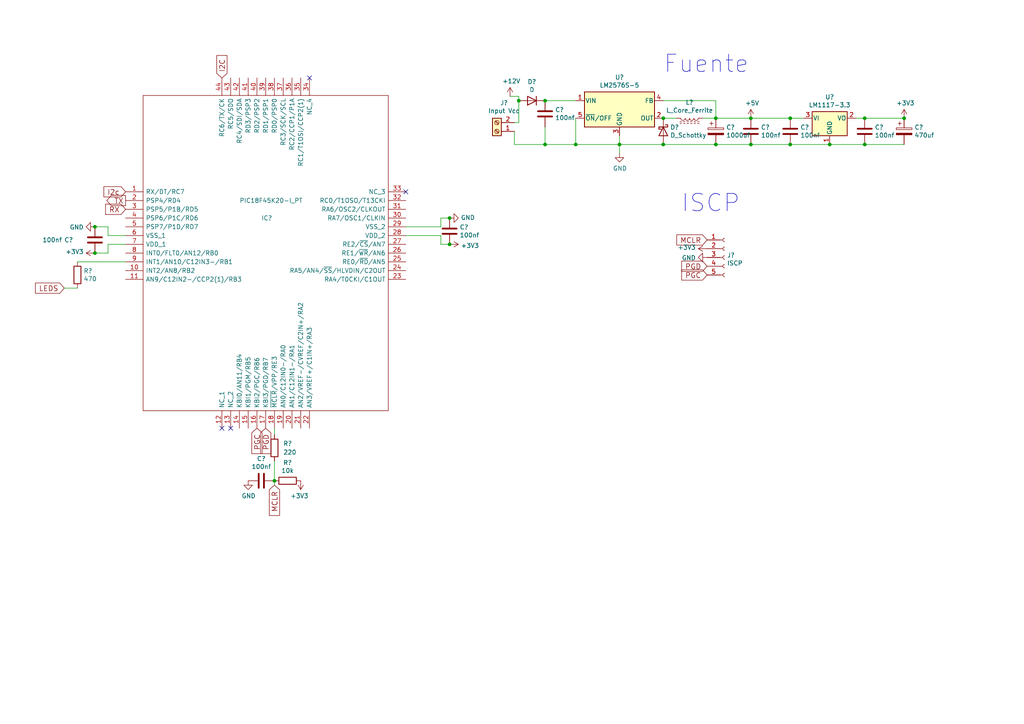
<source format=kicad_sch>
(kicad_sch (version 20211123) (generator eeschema)

  (uuid ec079bbd-e23b-4c1a-9f63-58ffa7486f9a)

  (paper "A4")

  (lib_symbols
    (symbol "Connector:Conn_01x05_Female" (pin_names (offset 1.016) hide) (in_bom yes) (on_board yes)
      (property "Reference" "J" (id 0) (at 0 7.62 0)
        (effects (font (size 1.27 1.27)))
      )
      (property "Value" "Conn_01x05_Female" (id 1) (at 0 -7.62 0)
        (effects (font (size 1.27 1.27)))
      )
      (property "Footprint" "" (id 2) (at 0 0 0)
        (effects (font (size 1.27 1.27)) hide)
      )
      (property "Datasheet" "~" (id 3) (at 0 0 0)
        (effects (font (size 1.27 1.27)) hide)
      )
      (property "ki_keywords" "connector" (id 4) (at 0 0 0)
        (effects (font (size 1.27 1.27)) hide)
      )
      (property "ki_description" "Generic connector, single row, 01x05, script generated (kicad-library-utils/schlib/autogen/connector/)" (id 5) (at 0 0 0)
        (effects (font (size 1.27 1.27)) hide)
      )
      (property "ki_fp_filters" "Connector*:*_1x??_*" (id 6) (at 0 0 0)
        (effects (font (size 1.27 1.27)) hide)
      )
      (symbol "Conn_01x05_Female_1_1"
        (arc (start 0 -4.572) (mid -0.508 -5.08) (end 0 -5.588)
          (stroke (width 0.1524) (type default) (color 0 0 0 0))
          (fill (type none))
        )
        (arc (start 0 -2.032) (mid -0.508 -2.54) (end 0 -3.048)
          (stroke (width 0.1524) (type default) (color 0 0 0 0))
          (fill (type none))
        )
        (polyline
          (pts
            (xy -1.27 -5.08)
            (xy -0.508 -5.08)
          )
          (stroke (width 0.1524) (type default) (color 0 0 0 0))
          (fill (type none))
        )
        (polyline
          (pts
            (xy -1.27 -2.54)
            (xy -0.508 -2.54)
          )
          (stroke (width 0.1524) (type default) (color 0 0 0 0))
          (fill (type none))
        )
        (polyline
          (pts
            (xy -1.27 0)
            (xy -0.508 0)
          )
          (stroke (width 0.1524) (type default) (color 0 0 0 0))
          (fill (type none))
        )
        (polyline
          (pts
            (xy -1.27 2.54)
            (xy -0.508 2.54)
          )
          (stroke (width 0.1524) (type default) (color 0 0 0 0))
          (fill (type none))
        )
        (polyline
          (pts
            (xy -1.27 5.08)
            (xy -0.508 5.08)
          )
          (stroke (width 0.1524) (type default) (color 0 0 0 0))
          (fill (type none))
        )
        (arc (start 0 0.508) (mid -0.508 0) (end 0 -0.508)
          (stroke (width 0.1524) (type default) (color 0 0 0 0))
          (fill (type none))
        )
        (arc (start 0 3.048) (mid -0.508 2.54) (end 0 2.032)
          (stroke (width 0.1524) (type default) (color 0 0 0 0))
          (fill (type none))
        )
        (arc (start 0 5.588) (mid -0.508 5.08) (end 0 4.572)
          (stroke (width 0.1524) (type default) (color 0 0 0 0))
          (fill (type none))
        )
        (pin passive line (at -5.08 5.08 0) (length 3.81)
          (name "Pin_1" (effects (font (size 1.27 1.27))))
          (number "1" (effects (font (size 1.27 1.27))))
        )
        (pin passive line (at -5.08 2.54 0) (length 3.81)
          (name "Pin_2" (effects (font (size 1.27 1.27))))
          (number "2" (effects (font (size 1.27 1.27))))
        )
        (pin passive line (at -5.08 0 0) (length 3.81)
          (name "Pin_3" (effects (font (size 1.27 1.27))))
          (number "3" (effects (font (size 1.27 1.27))))
        )
        (pin passive line (at -5.08 -2.54 0) (length 3.81)
          (name "Pin_4" (effects (font (size 1.27 1.27))))
          (number "4" (effects (font (size 1.27 1.27))))
        )
        (pin passive line (at -5.08 -5.08 0) (length 3.81)
          (name "Pin_5" (effects (font (size 1.27 1.27))))
          (number "5" (effects (font (size 1.27 1.27))))
        )
      )
    )
    (symbol "Connector:Screw_Terminal_01x02" (pin_names (offset 1.016) hide) (in_bom yes) (on_board yes)
      (property "Reference" "J" (id 0) (at 0 2.54 0)
        (effects (font (size 1.27 1.27)))
      )
      (property "Value" "Screw_Terminal_01x02" (id 1) (at 0 -5.08 0)
        (effects (font (size 1.27 1.27)))
      )
      (property "Footprint" "" (id 2) (at 0 0 0)
        (effects (font (size 1.27 1.27)) hide)
      )
      (property "Datasheet" "~" (id 3) (at 0 0 0)
        (effects (font (size 1.27 1.27)) hide)
      )
      (property "ki_keywords" "screw terminal" (id 4) (at 0 0 0)
        (effects (font (size 1.27 1.27)) hide)
      )
      (property "ki_description" "Generic screw terminal, single row, 01x02, script generated (kicad-library-utils/schlib/autogen/connector/)" (id 5) (at 0 0 0)
        (effects (font (size 1.27 1.27)) hide)
      )
      (property "ki_fp_filters" "TerminalBlock*:*" (id 6) (at 0 0 0)
        (effects (font (size 1.27 1.27)) hide)
      )
      (symbol "Screw_Terminal_01x02_1_1"
        (rectangle (start -1.27 1.27) (end 1.27 -3.81)
          (stroke (width 0.254) (type default) (color 0 0 0 0))
          (fill (type background))
        )
        (circle (center 0 -2.54) (radius 0.635)
          (stroke (width 0.1524) (type default) (color 0 0 0 0))
          (fill (type none))
        )
        (polyline
          (pts
            (xy -0.5334 -2.2098)
            (xy 0.3302 -3.048)
          )
          (stroke (width 0.1524) (type default) (color 0 0 0 0))
          (fill (type none))
        )
        (polyline
          (pts
            (xy -0.5334 0.3302)
            (xy 0.3302 -0.508)
          )
          (stroke (width 0.1524) (type default) (color 0 0 0 0))
          (fill (type none))
        )
        (polyline
          (pts
            (xy -0.3556 -2.032)
            (xy 0.508 -2.8702)
          )
          (stroke (width 0.1524) (type default) (color 0 0 0 0))
          (fill (type none))
        )
        (polyline
          (pts
            (xy -0.3556 0.508)
            (xy 0.508 -0.3302)
          )
          (stroke (width 0.1524) (type default) (color 0 0 0 0))
          (fill (type none))
        )
        (circle (center 0 0) (radius 0.635)
          (stroke (width 0.1524) (type default) (color 0 0 0 0))
          (fill (type none))
        )
        (pin passive line (at -5.08 0 0) (length 3.81)
          (name "Pin_1" (effects (font (size 1.27 1.27))))
          (number "1" (effects (font (size 1.27 1.27))))
        )
        (pin passive line (at -5.08 -2.54 0) (length 3.81)
          (name "Pin_2" (effects (font (size 1.27 1.27))))
          (number "2" (effects (font (size 1.27 1.27))))
        )
      )
    )
    (symbol "Device:C" (pin_numbers hide) (pin_names (offset 0.254)) (in_bom yes) (on_board yes)
      (property "Reference" "C" (id 0) (at 0.635 2.54 0)
        (effects (font (size 1.27 1.27)) (justify left))
      )
      (property "Value" "C" (id 1) (at 0.635 -2.54 0)
        (effects (font (size 1.27 1.27)) (justify left))
      )
      (property "Footprint" "" (id 2) (at 0.9652 -3.81 0)
        (effects (font (size 1.27 1.27)) hide)
      )
      (property "Datasheet" "~" (id 3) (at 0 0 0)
        (effects (font (size 1.27 1.27)) hide)
      )
      (property "ki_keywords" "cap capacitor" (id 4) (at 0 0 0)
        (effects (font (size 1.27 1.27)) hide)
      )
      (property "ki_description" "Unpolarized capacitor" (id 5) (at 0 0 0)
        (effects (font (size 1.27 1.27)) hide)
      )
      (property "ki_fp_filters" "C_*" (id 6) (at 0 0 0)
        (effects (font (size 1.27 1.27)) hide)
      )
      (symbol "C_0_1"
        (polyline
          (pts
            (xy -2.032 -0.762)
            (xy 2.032 -0.762)
          )
          (stroke (width 0.508) (type default) (color 0 0 0 0))
          (fill (type none))
        )
        (polyline
          (pts
            (xy -2.032 0.762)
            (xy 2.032 0.762)
          )
          (stroke (width 0.508) (type default) (color 0 0 0 0))
          (fill (type none))
        )
      )
      (symbol "C_1_1"
        (pin passive line (at 0 3.81 270) (length 2.794)
          (name "~" (effects (font (size 1.27 1.27))))
          (number "1" (effects (font (size 1.27 1.27))))
        )
        (pin passive line (at 0 -3.81 90) (length 2.794)
          (name "~" (effects (font (size 1.27 1.27))))
          (number "2" (effects (font (size 1.27 1.27))))
        )
      )
    )
    (symbol "Device:D" (pin_numbers hide) (pin_names (offset 1.016) hide) (in_bom yes) (on_board yes)
      (property "Reference" "D" (id 0) (at 0 2.54 0)
        (effects (font (size 1.27 1.27)))
      )
      (property "Value" "D" (id 1) (at 0 -2.54 0)
        (effects (font (size 1.27 1.27)))
      )
      (property "Footprint" "" (id 2) (at 0 0 0)
        (effects (font (size 1.27 1.27)) hide)
      )
      (property "Datasheet" "~" (id 3) (at 0 0 0)
        (effects (font (size 1.27 1.27)) hide)
      )
      (property "ki_keywords" "diode" (id 4) (at 0 0 0)
        (effects (font (size 1.27 1.27)) hide)
      )
      (property "ki_description" "Diode" (id 5) (at 0 0 0)
        (effects (font (size 1.27 1.27)) hide)
      )
      (property "ki_fp_filters" "TO-???* *_Diode_* *SingleDiode* D_*" (id 6) (at 0 0 0)
        (effects (font (size 1.27 1.27)) hide)
      )
      (symbol "D_0_1"
        (polyline
          (pts
            (xy -1.27 1.27)
            (xy -1.27 -1.27)
          )
          (stroke (width 0.254) (type default) (color 0 0 0 0))
          (fill (type none))
        )
        (polyline
          (pts
            (xy 1.27 0)
            (xy -1.27 0)
          )
          (stroke (width 0) (type default) (color 0 0 0 0))
          (fill (type none))
        )
        (polyline
          (pts
            (xy 1.27 1.27)
            (xy 1.27 -1.27)
            (xy -1.27 0)
            (xy 1.27 1.27)
          )
          (stroke (width 0.254) (type default) (color 0 0 0 0))
          (fill (type none))
        )
      )
      (symbol "D_1_1"
        (pin passive line (at -3.81 0 0) (length 2.54)
          (name "K" (effects (font (size 1.27 1.27))))
          (number "1" (effects (font (size 1.27 1.27))))
        )
        (pin passive line (at 3.81 0 180) (length 2.54)
          (name "A" (effects (font (size 1.27 1.27))))
          (number "2" (effects (font (size 1.27 1.27))))
        )
      )
    )
    (symbol "Device:D_Schottky" (pin_numbers hide) (pin_names (offset 1.016) hide) (in_bom yes) (on_board yes)
      (property "Reference" "D" (id 0) (at 0 2.54 0)
        (effects (font (size 1.27 1.27)))
      )
      (property "Value" "D_Schottky" (id 1) (at 0 -2.54 0)
        (effects (font (size 1.27 1.27)))
      )
      (property "Footprint" "" (id 2) (at 0 0 0)
        (effects (font (size 1.27 1.27)) hide)
      )
      (property "Datasheet" "~" (id 3) (at 0 0 0)
        (effects (font (size 1.27 1.27)) hide)
      )
      (property "ki_keywords" "diode Schottky" (id 4) (at 0 0 0)
        (effects (font (size 1.27 1.27)) hide)
      )
      (property "ki_description" "Schottky diode" (id 5) (at 0 0 0)
        (effects (font (size 1.27 1.27)) hide)
      )
      (property "ki_fp_filters" "TO-???* *_Diode_* *SingleDiode* D_*" (id 6) (at 0 0 0)
        (effects (font (size 1.27 1.27)) hide)
      )
      (symbol "D_Schottky_0_1"
        (polyline
          (pts
            (xy 1.27 0)
            (xy -1.27 0)
          )
          (stroke (width 0) (type default) (color 0 0 0 0))
          (fill (type none))
        )
        (polyline
          (pts
            (xy 1.27 1.27)
            (xy 1.27 -1.27)
            (xy -1.27 0)
            (xy 1.27 1.27)
          )
          (stroke (width 0.254) (type default) (color 0 0 0 0))
          (fill (type none))
        )
        (polyline
          (pts
            (xy -1.905 0.635)
            (xy -1.905 1.27)
            (xy -1.27 1.27)
            (xy -1.27 -1.27)
            (xy -0.635 -1.27)
            (xy -0.635 -0.635)
          )
          (stroke (width 0.254) (type default) (color 0 0 0 0))
          (fill (type none))
        )
      )
      (symbol "D_Schottky_1_1"
        (pin passive line (at -3.81 0 0) (length 2.54)
          (name "K" (effects (font (size 1.27 1.27))))
          (number "1" (effects (font (size 1.27 1.27))))
        )
        (pin passive line (at 3.81 0 180) (length 2.54)
          (name "A" (effects (font (size 1.27 1.27))))
          (number "2" (effects (font (size 1.27 1.27))))
        )
      )
    )
    (symbol "Device:R" (pin_numbers hide) (pin_names (offset 0)) (in_bom yes) (on_board yes)
      (property "Reference" "R" (id 0) (at 2.032 0 90)
        (effects (font (size 1.27 1.27)))
      )
      (property "Value" "R" (id 1) (at 0 0 90)
        (effects (font (size 1.27 1.27)))
      )
      (property "Footprint" "" (id 2) (at -1.778 0 90)
        (effects (font (size 1.27 1.27)) hide)
      )
      (property "Datasheet" "~" (id 3) (at 0 0 0)
        (effects (font (size 1.27 1.27)) hide)
      )
      (property "ki_keywords" "R res resistor" (id 4) (at 0 0 0)
        (effects (font (size 1.27 1.27)) hide)
      )
      (property "ki_description" "Resistor" (id 5) (at 0 0 0)
        (effects (font (size 1.27 1.27)) hide)
      )
      (property "ki_fp_filters" "R_*" (id 6) (at 0 0 0)
        (effects (font (size 1.27 1.27)) hide)
      )
      (symbol "R_0_1"
        (rectangle (start -1.016 -2.54) (end 1.016 2.54)
          (stroke (width 0.254) (type default) (color 0 0 0 0))
          (fill (type none))
        )
      )
      (symbol "R_1_1"
        (pin passive line (at 0 3.81 270) (length 1.27)
          (name "~" (effects (font (size 1.27 1.27))))
          (number "1" (effects (font (size 1.27 1.27))))
        )
        (pin passive line (at 0 -3.81 90) (length 1.27)
          (name "~" (effects (font (size 1.27 1.27))))
          (number "2" (effects (font (size 1.27 1.27))))
        )
      )
    )
    (symbol "Mapeador-rescue:+3.3V-power" (power) (pin_names (offset 0)) (in_bom yes) (on_board yes)
      (property "Reference" "#PWR" (id 0) (at 0 -3.81 0)
        (effects (font (size 1.27 1.27)) hide)
      )
      (property "Value" "+3.3V-power" (id 1) (at 0 3.556 0)
        (effects (font (size 1.27 1.27)))
      )
      (property "Footprint" "" (id 2) (at 0 0 0)
        (effects (font (size 1.27 1.27)) hide)
      )
      (property "Datasheet" "" (id 3) (at 0 0 0)
        (effects (font (size 1.27 1.27)) hide)
      )
      (symbol "+3.3V-power_0_1"
        (polyline
          (pts
            (xy -0.762 1.27)
            (xy 0 2.54)
          )
          (stroke (width 0) (type default) (color 0 0 0 0))
          (fill (type none))
        )
        (polyline
          (pts
            (xy 0 0)
            (xy 0 2.54)
          )
          (stroke (width 0) (type default) (color 0 0 0 0))
          (fill (type none))
        )
        (polyline
          (pts
            (xy 0 2.54)
            (xy 0.762 1.27)
          )
          (stroke (width 0) (type default) (color 0 0 0 0))
          (fill (type none))
        )
      )
      (symbol "+3.3V-power_1_1"
        (pin power_in line (at 0 0 90) (length 0) hide
          (name "+3V3" (effects (font (size 1.27 1.27))))
          (number "1" (effects (font (size 1.27 1.27))))
        )
      )
    )
    (symbol "Mapeador-rescue:CP-Device" (pin_numbers hide) (pin_names (offset 0.254)) (in_bom yes) (on_board yes)
      (property "Reference" "C" (id 0) (at 0.635 2.54 0)
        (effects (font (size 1.27 1.27)) (justify left))
      )
      (property "Value" "CP-Device" (id 1) (at 0.635 -2.54 0)
        (effects (font (size 1.27 1.27)) (justify left))
      )
      (property "Footprint" "" (id 2) (at 0.9652 -3.81 0)
        (effects (font (size 1.27 1.27)) hide)
      )
      (property "Datasheet" "" (id 3) (at 0 0 0)
        (effects (font (size 1.27 1.27)) hide)
      )
      (property "ki_fp_filters" "CP_*" (id 4) (at 0 0 0)
        (effects (font (size 1.27 1.27)) hide)
      )
      (symbol "CP-Device_0_1"
        (rectangle (start -2.286 0.508) (end 2.286 1.016)
          (stroke (width 0) (type default) (color 0 0 0 0))
          (fill (type none))
        )
        (polyline
          (pts
            (xy -1.778 2.286)
            (xy -0.762 2.286)
          )
          (stroke (width 0) (type default) (color 0 0 0 0))
          (fill (type none))
        )
        (polyline
          (pts
            (xy -1.27 2.794)
            (xy -1.27 1.778)
          )
          (stroke (width 0) (type default) (color 0 0 0 0))
          (fill (type none))
        )
        (rectangle (start 2.286 -0.508) (end -2.286 -1.016)
          (stroke (width 0) (type default) (color 0 0 0 0))
          (fill (type outline))
        )
      )
      (symbol "CP-Device_1_1"
        (pin passive line (at 0 3.81 270) (length 2.794)
          (name "~" (effects (font (size 1.27 1.27))))
          (number "1" (effects (font (size 1.27 1.27))))
        )
        (pin passive line (at 0 -3.81 90) (length 2.794)
          (name "~" (effects (font (size 1.27 1.27))))
          (number "2" (effects (font (size 1.27 1.27))))
        )
      )
    )
    (symbol "Mapeador-rescue:L_Core_Ferrite-Device" (pin_numbers hide) (pin_names (offset 1.016) hide) (in_bom yes) (on_board yes)
      (property "Reference" "L" (id 0) (at -1.27 0 90)
        (effects (font (size 1.27 1.27)))
      )
      (property "Value" "L_Core_Ferrite-Device" (id 1) (at 2.794 0 90)
        (effects (font (size 1.27 1.27)))
      )
      (property "Footprint" "" (id 2) (at 0 0 0)
        (effects (font (size 1.27 1.27)) hide)
      )
      (property "Datasheet" "" (id 3) (at 0 0 0)
        (effects (font (size 1.27 1.27)) hide)
      )
      (property "ki_fp_filters" "Choke_* *Coil* Inductor_* L_*" (id 4) (at 0 0 0)
        (effects (font (size 1.27 1.27)) hide)
      )
      (symbol "L_Core_Ferrite-Device_0_1"
        (arc (start 0 -2.54) (mid 0.635 -1.905) (end 0 -1.27)
          (stroke (width 0) (type default) (color 0 0 0 0))
          (fill (type none))
        )
        (arc (start 0 -1.27) (mid 0.635 -0.635) (end 0 0)
          (stroke (width 0) (type default) (color 0 0 0 0))
          (fill (type none))
        )
        (polyline
          (pts
            (xy 1.016 -2.794)
            (xy 1.016 -2.286)
          )
          (stroke (width 0) (type default) (color 0 0 0 0))
          (fill (type none))
        )
        (polyline
          (pts
            (xy 1.016 -1.778)
            (xy 1.016 -1.27)
          )
          (stroke (width 0) (type default) (color 0 0 0 0))
          (fill (type none))
        )
        (polyline
          (pts
            (xy 1.016 -0.762)
            (xy 1.016 -0.254)
          )
          (stroke (width 0) (type default) (color 0 0 0 0))
          (fill (type none))
        )
        (polyline
          (pts
            (xy 1.016 0.254)
            (xy 1.016 0.762)
          )
          (stroke (width 0) (type default) (color 0 0 0 0))
          (fill (type none))
        )
        (polyline
          (pts
            (xy 1.016 1.27)
            (xy 1.016 1.778)
          )
          (stroke (width 0) (type default) (color 0 0 0 0))
          (fill (type none))
        )
        (polyline
          (pts
            (xy 1.016 2.286)
            (xy 1.016 2.794)
          )
          (stroke (width 0) (type default) (color 0 0 0 0))
          (fill (type none))
        )
        (polyline
          (pts
            (xy 1.524 -2.286)
            (xy 1.524 -2.794)
          )
          (stroke (width 0) (type default) (color 0 0 0 0))
          (fill (type none))
        )
        (polyline
          (pts
            (xy 1.524 -1.27)
            (xy 1.524 -1.778)
          )
          (stroke (width 0) (type default) (color 0 0 0 0))
          (fill (type none))
        )
        (polyline
          (pts
            (xy 1.524 -0.254)
            (xy 1.524 -0.762)
          )
          (stroke (width 0) (type default) (color 0 0 0 0))
          (fill (type none))
        )
        (polyline
          (pts
            (xy 1.524 0.762)
            (xy 1.524 0.254)
          )
          (stroke (width 0) (type default) (color 0 0 0 0))
          (fill (type none))
        )
        (polyline
          (pts
            (xy 1.524 1.778)
            (xy 1.524 1.27)
          )
          (stroke (width 0) (type default) (color 0 0 0 0))
          (fill (type none))
        )
        (polyline
          (pts
            (xy 1.524 2.794)
            (xy 1.524 2.286)
          )
          (stroke (width 0) (type default) (color 0 0 0 0))
          (fill (type none))
        )
        (arc (start 0 0) (mid 0.635 0.635) (end 0 1.27)
          (stroke (width 0) (type default) (color 0 0 0 0))
          (fill (type none))
        )
        (arc (start 0 1.27) (mid 0.635 1.905) (end 0 2.54)
          (stroke (width 0) (type default) (color 0 0 0 0))
          (fill (type none))
        )
      )
      (symbol "L_Core_Ferrite-Device_1_1"
        (pin passive line (at 0 3.81 270) (length 1.27)
          (name "1" (effects (font (size 1.27 1.27))))
          (number "1" (effects (font (size 1.27 1.27))))
        )
        (pin passive line (at 0 -3.81 90) (length 1.27)
          (name "2" (effects (font (size 1.27 1.27))))
          (number "2" (effects (font (size 1.27 1.27))))
        )
      )
    )
    (symbol "Mapeador-rescue:PIC18F45K20-I_PT-PIC18F45K20-I_PT" (pin_names (offset 0.762)) (in_bom yes) (on_board yes)
      (property "Reference" "IC" (id 0) (at 77.47 33.02 0)
        (effects (font (size 1.27 1.27)) (justify left))
      )
      (property "Value" "PIC18F45K20-I_PT-PIC18F45K20-I_PT" (id 1) (at 77.47 30.48 0)
        (effects (font (size 1.27 1.27)) (justify left))
      )
      (property "Footprint" "QFP80P1200X1200X120-44N" (id 2) (at 77.47 27.94 0)
        (effects (font (size 1.27 1.27)) (justify left) hide)
      )
      (property "Datasheet" "http://ww1.microchip.com/downloads/en/DeviceDoc/41303G.pdf" (id 3) (at 77.47 25.4 0)
        (effects (font (size 1.27 1.27)) (justify left) hide)
      )
      (property "Description" "PIC,32KB Flash,36 I/O,8-bit,nanoWatt" (id 4) (at 77.47 22.86 0)
        (effects (font (size 1.27 1.27)) (justify left) hide)
      )
      (property "Height" "1.2" (id 5) (at 77.47 20.32 0)
        (effects (font (size 1.27 1.27)) (justify left) hide)
      )
      (property "Manufacturer_Name" "Microchip" (id 6) (at 77.47 17.78 0)
        (effects (font (size 1.27 1.27)) (justify left) hide)
      )
      (property "Manufacturer_Part_Number" "PIC18F45K20-I/PT" (id 7) (at 77.47 15.24 0)
        (effects (font (size 1.27 1.27)) (justify left) hide)
      )
      (property "Mouser Part Number" "579-PIC18F45K20-I/PT" (id 8) (at 77.47 12.7 0)
        (effects (font (size 1.27 1.27)) (justify left) hide)
      )
      (property "Mouser Price/Stock" "https://www.mouser.com/Search/Refine.aspx?Keyword=579-PIC18F45K20-I%2FPT" (id 9) (at 77.47 10.16 0)
        (effects (font (size 1.27 1.27)) (justify left) hide)
      )
      (property "RS Part Number" "0564129" (id 10) (at 77.47 7.62 0)
        (effects (font (size 1.27 1.27)) (justify left) hide)
      )
      (property "RS Price/Stock" "http://uk.rs-online.com/web/p/products/0564129" (id 11) (at 77.47 5.08 0)
        (effects (font (size 1.27 1.27)) (justify left) hide)
      )
      (property "Allied_Number" "70047955" (id 12) (at 77.47 2.54 0)
        (effects (font (size 1.27 1.27)) (justify left) hide)
      )
      (property "Allied Price/Stock" "https://www.alliedelec.com/microchip-technology-inc-pic18f45k20-i-pt/70047955/" (id 13) (at 77.47 0 0)
        (effects (font (size 1.27 1.27)) (justify left) hide)
      )
      (symbol "PIC18F45K20-I_PT-PIC18F45K20-I_PT_0_0"
        (pin unspecified line (at 0 0 0) (length 5.08)
          (name "RX/DT/RC7" (effects (font (size 1.27 1.27))))
          (number "1" (effects (font (size 1.27 1.27))))
        )
        (pin unspecified line (at 0 -22.86 0) (length 5.08)
          (name "INT2/AN8/RB2" (effects (font (size 1.27 1.27))))
          (number "10" (effects (font (size 1.27 1.27))))
        )
        (pin unspecified line (at 0 -25.4 0) (length 5.08)
          (name "AN9/C12IN2-/CCP2(1)/RB3" (effects (font (size 1.27 1.27))))
          (number "11" (effects (font (size 1.27 1.27))))
        )
        (pin unspecified line (at 27.94 -68.58 90) (length 5.08)
          (name "NC_1" (effects (font (size 1.27 1.27))))
          (number "12" (effects (font (size 1.27 1.27))))
        )
        (pin unspecified line (at 30.48 -68.58 90) (length 5.08)
          (name "NC_2" (effects (font (size 1.27 1.27))))
          (number "13" (effects (font (size 1.27 1.27))))
        )
        (pin unspecified line (at 33.02 -68.58 90) (length 5.08)
          (name "KBI0/AN11/RB4" (effects (font (size 1.27 1.27))))
          (number "14" (effects (font (size 1.27 1.27))))
        )
        (pin unspecified line (at 35.56 -68.58 90) (length 5.08)
          (name "KBI1/PGM/RB5" (effects (font (size 1.27 1.27))))
          (number "15" (effects (font (size 1.27 1.27))))
        )
        (pin unspecified line (at 38.1 -68.58 90) (length 5.08)
          (name "KBI2/PGC/RB6" (effects (font (size 1.27 1.27))))
          (number "16" (effects (font (size 1.27 1.27))))
        )
        (pin unspecified line (at 40.64 -68.58 90) (length 5.08)
          (name "KBI3/PGD/RB7" (effects (font (size 1.27 1.27))))
          (number "17" (effects (font (size 1.27 1.27))))
        )
        (pin unspecified line (at 43.18 -68.58 90) (length 5.08)
          (name "~{MCLR}/VPP/RE3" (effects (font (size 1.27 1.27))))
          (number "18" (effects (font (size 1.27 1.27))))
        )
        (pin unspecified line (at 45.72 -68.58 90) (length 5.08)
          (name "AN0/C12IN0-/RA0" (effects (font (size 1.27 1.27))))
          (number "19" (effects (font (size 1.27 1.27))))
        )
        (pin unspecified line (at 0 -2.54 0) (length 5.08)
          (name "PSP4/RD4" (effects (font (size 1.27 1.27))))
          (number "2" (effects (font (size 1.27 1.27))))
        )
        (pin unspecified line (at 48.26 -68.58 90) (length 5.08)
          (name "AN1/C12IN1-/RA1" (effects (font (size 1.27 1.27))))
          (number "20" (effects (font (size 1.27 1.27))))
        )
        (pin unspecified line (at 50.8 -68.58 90) (length 5.08)
          (name "AN2/VREF-/CVREF/C2IN+/RA2" (effects (font (size 1.27 1.27))))
          (number "21" (effects (font (size 1.27 1.27))))
        )
        (pin unspecified line (at 53.34 -68.58 90) (length 5.08)
          (name "AN3/VREF+/C1IN+/RA3" (effects (font (size 1.27 1.27))))
          (number "22" (effects (font (size 1.27 1.27))))
        )
        (pin unspecified line (at 81.28 -25.4 180) (length 5.08)
          (name "RA4/T0CKI/C1OUT" (effects (font (size 1.27 1.27))))
          (number "23" (effects (font (size 1.27 1.27))))
        )
        (pin unspecified line (at 81.28 -22.86 180) (length 5.08)
          (name "RA5/AN4/~{SS}/HLVDIN/C2OUT" (effects (font (size 1.27 1.27))))
          (number "24" (effects (font (size 1.27 1.27))))
        )
        (pin unspecified line (at 81.28 -20.32 180) (length 5.08)
          (name "RE0/~{RD}/AN5" (effects (font (size 1.27 1.27))))
          (number "25" (effects (font (size 1.27 1.27))))
        )
        (pin unspecified line (at 81.28 -17.78 180) (length 5.08)
          (name "RE1/~{WR}/AN6" (effects (font (size 1.27 1.27))))
          (number "26" (effects (font (size 1.27 1.27))))
        )
        (pin unspecified line (at 81.28 -15.24 180) (length 5.08)
          (name "RE2/~{CS}/AN7" (effects (font (size 1.27 1.27))))
          (number "27" (effects (font (size 1.27 1.27))))
        )
        (pin unspecified line (at 81.28 -12.7 180) (length 5.08)
          (name "VDD_2" (effects (font (size 1.27 1.27))))
          (number "28" (effects (font (size 1.27 1.27))))
        )
        (pin unspecified line (at 81.28 -10.16 180) (length 5.08)
          (name "VSS_2" (effects (font (size 1.27 1.27))))
          (number "29" (effects (font (size 1.27 1.27))))
        )
        (pin unspecified line (at 0 -5.08 0) (length 5.08)
          (name "PSP5/P1B/RD5" (effects (font (size 1.27 1.27))))
          (number "3" (effects (font (size 1.27 1.27))))
        )
        (pin unspecified line (at 81.28 -7.62 180) (length 5.08)
          (name "RA7/OSC1/CLKIN" (effects (font (size 1.27 1.27))))
          (number "30" (effects (font (size 1.27 1.27))))
        )
        (pin unspecified line (at 81.28 -5.08 180) (length 5.08)
          (name "RA6/OSC2/CLKOUT" (effects (font (size 1.27 1.27))))
          (number "31" (effects (font (size 1.27 1.27))))
        )
        (pin unspecified line (at 81.28 -2.54 180) (length 5.08)
          (name "RC0/T1OSO/T13CKI" (effects (font (size 1.27 1.27))))
          (number "32" (effects (font (size 1.27 1.27))))
        )
        (pin unspecified line (at 81.28 0 180) (length 5.08)
          (name "NC_3" (effects (font (size 1.27 1.27))))
          (number "33" (effects (font (size 1.27 1.27))))
        )
        (pin unspecified line (at 53.34 33.02 270) (length 5.08)
          (name "NC_4" (effects (font (size 1.27 1.27))))
          (number "34" (effects (font (size 1.27 1.27))))
        )
        (pin unspecified line (at 50.8 33.02 270) (length 5.08)
          (name "RC1/T1OSI/CCP2(1)" (effects (font (size 1.27 1.27))))
          (number "35" (effects (font (size 1.27 1.27))))
        )
        (pin unspecified line (at 48.26 33.02 270) (length 5.08)
          (name "RC2/CCP1/P1A" (effects (font (size 1.27 1.27))))
          (number "36" (effects (font (size 1.27 1.27))))
        )
        (pin unspecified line (at 45.72 33.02 270) (length 5.08)
          (name "RC3/SCK/SCL" (effects (font (size 1.27 1.27))))
          (number "37" (effects (font (size 1.27 1.27))))
        )
        (pin unspecified line (at 43.18 33.02 270) (length 5.08)
          (name "RD0/PSP0" (effects (font (size 1.27 1.27))))
          (number "38" (effects (font (size 1.27 1.27))))
        )
        (pin unspecified line (at 40.64 33.02 270) (length 5.08)
          (name "RD1/PSP1" (effects (font (size 1.27 1.27))))
          (number "39" (effects (font (size 1.27 1.27))))
        )
        (pin unspecified line (at 0 -7.62 0) (length 5.08)
          (name "PSP6/P1C/RD6" (effects (font (size 1.27 1.27))))
          (number "4" (effects (font (size 1.27 1.27))))
        )
        (pin unspecified line (at 38.1 33.02 270) (length 5.08)
          (name "RD2/PSP2" (effects (font (size 1.27 1.27))))
          (number "40" (effects (font (size 1.27 1.27))))
        )
        (pin unspecified line (at 35.56 33.02 270) (length 5.08)
          (name "RD3/PSP3" (effects (font (size 1.27 1.27))))
          (number "41" (effects (font (size 1.27 1.27))))
        )
        (pin unspecified line (at 33.02 33.02 270) (length 5.08)
          (name "RC4/SDI/SDA" (effects (font (size 1.27 1.27))))
          (number "42" (effects (font (size 1.27 1.27))))
        )
        (pin unspecified line (at 30.48 33.02 270) (length 5.08)
          (name "RC5/SDO" (effects (font (size 1.27 1.27))))
          (number "43" (effects (font (size 1.27 1.27))))
        )
        (pin unspecified line (at 27.94 33.02 270) (length 5.08)
          (name "RC6/TX/CK" (effects (font (size 1.27 1.27))))
          (number "44" (effects (font (size 1.27 1.27))))
        )
        (pin unspecified line (at 0 -10.16 0) (length 5.08)
          (name "PSP7/P1D/RD7" (effects (font (size 1.27 1.27))))
          (number "5" (effects (font (size 1.27 1.27))))
        )
        (pin unspecified line (at 0 -12.7 0) (length 5.08)
          (name "VSS_1" (effects (font (size 1.27 1.27))))
          (number "6" (effects (font (size 1.27 1.27))))
        )
        (pin unspecified line (at 0 -15.24 0) (length 5.08)
          (name "VDD_1" (effects (font (size 1.27 1.27))))
          (number "7" (effects (font (size 1.27 1.27))))
        )
        (pin unspecified line (at 0 -17.78 0) (length 5.08)
          (name "INT0/FLT0/AN12/RB0" (effects (font (size 1.27 1.27))))
          (number "8" (effects (font (size 1.27 1.27))))
        )
        (pin unspecified line (at 0 -20.32 0) (length 5.08)
          (name "INT1/AN10/C12IN3-/RB1" (effects (font (size 1.27 1.27))))
          (number "9" (effects (font (size 1.27 1.27))))
        )
      )
      (symbol "PIC18F45K20-I_PT-PIC18F45K20-I_PT_0_1"
        (polyline
          (pts
            (xy 5.08 27.94)
            (xy 76.2 27.94)
            (xy 76.2 -63.5)
            (xy 5.08 -63.5)
            (xy 5.08 27.94)
          )
          (stroke (width 0.1524) (type default) (color 0 0 0 0))
          (fill (type none))
        )
      )
    )
    (symbol "Regulator_Linear:LM1117-3.3" (pin_names (offset 0.254)) (in_bom yes) (on_board yes)
      (property "Reference" "U" (id 0) (at -3.81 3.175 0)
        (effects (font (size 1.27 1.27)))
      )
      (property "Value" "LM1117-3.3" (id 1) (at 0 3.175 0)
        (effects (font (size 1.27 1.27)) (justify left))
      )
      (property "Footprint" "" (id 2) (at 0 0 0)
        (effects (font (size 1.27 1.27)) hide)
      )
      (property "Datasheet" "http://www.ti.com/lit/ds/symlink/lm1117.pdf" (id 3) (at 0 0 0)
        (effects (font (size 1.27 1.27)) hide)
      )
      (property "ki_keywords" "linear regulator ldo fixed positive" (id 4) (at 0 0 0)
        (effects (font (size 1.27 1.27)) hide)
      )
      (property "ki_description" "800mA Low-Dropout Linear Regulator, 3.3V fixed output, TO-220/TO-252/TO-263/SOT-223" (id 5) (at 0 0 0)
        (effects (font (size 1.27 1.27)) hide)
      )
      (property "ki_fp_filters" "SOT?223* TO?263* TO?252* TO?220*" (id 6) (at 0 0 0)
        (effects (font (size 1.27 1.27)) hide)
      )
      (symbol "LM1117-3.3_0_1"
        (rectangle (start -5.08 -5.08) (end 5.08 1.905)
          (stroke (width 0.254) (type default) (color 0 0 0 0))
          (fill (type background))
        )
      )
      (symbol "LM1117-3.3_1_1"
        (pin power_in line (at 0 -7.62 90) (length 2.54)
          (name "GND" (effects (font (size 1.27 1.27))))
          (number "1" (effects (font (size 1.27 1.27))))
        )
        (pin power_out line (at 7.62 0 180) (length 2.54)
          (name "VO" (effects (font (size 1.27 1.27))))
          (number "2" (effects (font (size 1.27 1.27))))
        )
        (pin power_in line (at -7.62 0 0) (length 2.54)
          (name "VI" (effects (font (size 1.27 1.27))))
          (number "3" (effects (font (size 1.27 1.27))))
        )
      )
    )
    (symbol "Regulator_Switching:LM2576S-5" (pin_names (offset 0.254)) (in_bom yes) (on_board yes)
      (property "Reference" "U" (id 0) (at -10.16 6.35 0)
        (effects (font (size 1.27 1.27)) (justify left))
      )
      (property "Value" "LM2576S-5" (id 1) (at 0 6.35 0)
        (effects (font (size 1.27 1.27)) (justify left))
      )
      (property "Footprint" "Package_TO_SOT_SMD:TO-263-5_TabPin3" (id 2) (at 0 -6.35 0)
        (effects (font (size 1.27 1.27) italic) (justify left) hide)
      )
      (property "Datasheet" "http://www.ti.com/lit/ds/symlink/lm2576.pdf" (id 3) (at 0 0 0)
        (effects (font (size 1.27 1.27)) hide)
      )
      (property "ki_keywords" "Step-Down Voltage Regulator 5V 3A" (id 4) (at 0 0 0)
        (effects (font (size 1.27 1.27)) hide)
      )
      (property "ki_description" "5V, 3A SIMPLE SWITCHER® Step-Down Voltage Regulator, TO-263" (id 5) (at 0 0 0)
        (effects (font (size 1.27 1.27)) hide)
      )
      (property "ki_fp_filters" "TO?263*" (id 6) (at 0 0 0)
        (effects (font (size 1.27 1.27)) hide)
      )
      (symbol "LM2576S-5_0_1"
        (rectangle (start -10.16 5.08) (end 10.16 -5.08)
          (stroke (width 0.254) (type default) (color 0 0 0 0))
          (fill (type background))
        )
      )
      (symbol "LM2576S-5_1_1"
        (pin power_in line (at -12.7 2.54 0) (length 2.54)
          (name "VIN" (effects (font (size 1.27 1.27))))
          (number "1" (effects (font (size 1.27 1.27))))
        )
        (pin output line (at 12.7 -2.54 180) (length 2.54)
          (name "OUT" (effects (font (size 1.27 1.27))))
          (number "2" (effects (font (size 1.27 1.27))))
        )
        (pin power_in line (at 0 -7.62 90) (length 2.54)
          (name "GND" (effects (font (size 1.27 1.27))))
          (number "3" (effects (font (size 1.27 1.27))))
        )
        (pin input line (at 12.7 2.54 180) (length 2.54)
          (name "FB" (effects (font (size 1.27 1.27))))
          (number "4" (effects (font (size 1.27 1.27))))
        )
        (pin input line (at -12.7 -2.54 0) (length 2.54)
          (name "~{ON}/OFF" (effects (font (size 1.27 1.27))))
          (number "5" (effects (font (size 1.27 1.27))))
        )
      )
    )
    (symbol "power:+12V" (power) (pin_names (offset 0)) (in_bom yes) (on_board yes)
      (property "Reference" "#PWR" (id 0) (at 0 -3.81 0)
        (effects (font (size 1.27 1.27)) hide)
      )
      (property "Value" "+12V" (id 1) (at 0 3.556 0)
        (effects (font (size 1.27 1.27)))
      )
      (property "Footprint" "" (id 2) (at 0 0 0)
        (effects (font (size 1.27 1.27)) hide)
      )
      (property "Datasheet" "" (id 3) (at 0 0 0)
        (effects (font (size 1.27 1.27)) hide)
      )
      (property "ki_keywords" "power-flag" (id 4) (at 0 0 0)
        (effects (font (size 1.27 1.27)) hide)
      )
      (property "ki_description" "Power symbol creates a global label with name \"+12V\"" (id 5) (at 0 0 0)
        (effects (font (size 1.27 1.27)) hide)
      )
      (symbol "+12V_0_1"
        (polyline
          (pts
            (xy -0.762 1.27)
            (xy 0 2.54)
          )
          (stroke (width 0) (type default) (color 0 0 0 0))
          (fill (type none))
        )
        (polyline
          (pts
            (xy 0 0)
            (xy 0 2.54)
          )
          (stroke (width 0) (type default) (color 0 0 0 0))
          (fill (type none))
        )
        (polyline
          (pts
            (xy 0 2.54)
            (xy 0.762 1.27)
          )
          (stroke (width 0) (type default) (color 0 0 0 0))
          (fill (type none))
        )
      )
      (symbol "+12V_1_1"
        (pin power_in line (at 0 0 90) (length 0) hide
          (name "+12V" (effects (font (size 1.27 1.27))))
          (number "1" (effects (font (size 1.27 1.27))))
        )
      )
    )
    (symbol "power:+5V" (power) (pin_names (offset 0)) (in_bom yes) (on_board yes)
      (property "Reference" "#PWR" (id 0) (at 0 -3.81 0)
        (effects (font (size 1.27 1.27)) hide)
      )
      (property "Value" "+5V" (id 1) (at 0 3.556 0)
        (effects (font (size 1.27 1.27)))
      )
      (property "Footprint" "" (id 2) (at 0 0 0)
        (effects (font (size 1.27 1.27)) hide)
      )
      (property "Datasheet" "" (id 3) (at 0 0 0)
        (effects (font (size 1.27 1.27)) hide)
      )
      (property "ki_keywords" "power-flag" (id 4) (at 0 0 0)
        (effects (font (size 1.27 1.27)) hide)
      )
      (property "ki_description" "Power symbol creates a global label with name \"+5V\"" (id 5) (at 0 0 0)
        (effects (font (size 1.27 1.27)) hide)
      )
      (symbol "+5V_0_1"
        (polyline
          (pts
            (xy -0.762 1.27)
            (xy 0 2.54)
          )
          (stroke (width 0) (type default) (color 0 0 0 0))
          (fill (type none))
        )
        (polyline
          (pts
            (xy 0 0)
            (xy 0 2.54)
          )
          (stroke (width 0) (type default) (color 0 0 0 0))
          (fill (type none))
        )
        (polyline
          (pts
            (xy 0 2.54)
            (xy 0.762 1.27)
          )
          (stroke (width 0) (type default) (color 0 0 0 0))
          (fill (type none))
        )
      )
      (symbol "+5V_1_1"
        (pin power_in line (at 0 0 90) (length 0) hide
          (name "+5V" (effects (font (size 1.27 1.27))))
          (number "1" (effects (font (size 1.27 1.27))))
        )
      )
    )
    (symbol "power:GND" (power) (pin_names (offset 0)) (in_bom yes) (on_board yes)
      (property "Reference" "#PWR" (id 0) (at 0 -6.35 0)
        (effects (font (size 1.27 1.27)) hide)
      )
      (property "Value" "GND" (id 1) (at 0 -3.81 0)
        (effects (font (size 1.27 1.27)))
      )
      (property "Footprint" "" (id 2) (at 0 0 0)
        (effects (font (size 1.27 1.27)) hide)
      )
      (property "Datasheet" "" (id 3) (at 0 0 0)
        (effects (font (size 1.27 1.27)) hide)
      )
      (property "ki_keywords" "power-flag" (id 4) (at 0 0 0)
        (effects (font (size 1.27 1.27)) hide)
      )
      (property "ki_description" "Power symbol creates a global label with name \"GND\" , ground" (id 5) (at 0 0 0)
        (effects (font (size 1.27 1.27)) hide)
      )
      (symbol "GND_0_1"
        (polyline
          (pts
            (xy 0 0)
            (xy 0 -1.27)
            (xy 1.27 -1.27)
            (xy 0 -2.54)
            (xy -1.27 -1.27)
            (xy 0 -1.27)
          )
          (stroke (width 0) (type default) (color 0 0 0 0))
          (fill (type none))
        )
      )
      (symbol "GND_1_1"
        (pin power_in line (at 0 0 270) (length 0) hide
          (name "GND" (effects (font (size 1.27 1.27))))
          (number "1" (effects (font (size 1.27 1.27))))
        )
      )
    )
  )

  (junction (at 27.5336 73.406) (diameter 0) (color 0 0 0 0)
    (uuid 110c9670-3908-4b18-bff0-1356ac228d98)
  )
  (junction (at 192.3796 41.91) (diameter 0) (color 0 0 0 0)
    (uuid 1ce5bf3f-d306-4538-9d03-5750a5611607)
  )
  (junction (at 229.2096 41.91) (diameter 0) (color 0 0 0 0)
    (uuid 260609f9-cedd-4f4a-bb69-e493a17b7daf)
  )
  (junction (at 27.5336 65.786) (diameter 0) (color 0 0 0 0)
    (uuid 3cfc5616-6b6e-4802-ad43-87c08de572c0)
  )
  (junction (at 130.4036 70.866) (diameter 0) (color 0 0 0 0)
    (uuid 45c81837-eb67-4167-a3e6-6dbb7b37c4ed)
  )
  (junction (at 217.7796 34.29) (diameter 0) (color 0 0 0 0)
    (uuid 4d1b5669-737f-4726-9b15-7b851ad19b33)
  )
  (junction (at 207.6196 41.91) (diameter 0) (color 0 0 0 0)
    (uuid 54610b44-fafc-4173-8111-fa9189a4a50c)
  )
  (junction (at 166.9796 41.91) (diameter 0) (color 0 0 0 0)
    (uuid 65f4e6a7-608d-44e8-a537-29308bd410b8)
  )
  (junction (at 240.6396 41.91) (diameter 0) (color 0 0 0 0)
    (uuid 73a3f8ab-2718-410c-bc24-1a7593e7325c)
  )
  (junction (at 207.6196 34.29) (diameter 0) (color 0 0 0 0)
    (uuid 7df6eb46-cfec-4753-84db-9ab321cac52d)
  )
  (junction (at 158.0896 29.21) (diameter 0) (color 0 0 0 0)
    (uuid 8f15d552-f2e3-43fd-9acb-01ec421915d0)
  )
  (junction (at 229.2096 34.29) (diameter 0) (color 0 0 0 0)
    (uuid 9811789c-d8cc-4a66-8f07-600c06ee2cb4)
  )
  (junction (at 192.3796 34.29) (diameter 0) (color 0 0 0 0)
    (uuid 9aeca02f-3e24-4edb-beed-93cc0812ff19)
  )
  (junction (at 250.7996 34.29) (diameter 0) (color 0 0 0 0)
    (uuid a4207569-795b-42aa-a9f6-af88fd5cf6b7)
  )
  (junction (at 158.0896 41.91) (diameter 0) (color 0 0 0 0)
    (uuid a4c04668-bc0d-4545-942e-a813f13ba3e3)
  )
  (junction (at 130.4036 63.246) (diameter 0) (color 0 0 0 0)
    (uuid a5640fcc-5ee0-489c-a1ba-9ad2cf869599)
  )
  (junction (at 217.7796 41.91) (diameter 0) (color 0 0 0 0)
    (uuid ac9542fb-4aa6-4b17-974a-c057fa89e200)
  )
  (junction (at 179.6796 41.91) (diameter 0) (color 0 0 0 0)
    (uuid aef5eee4-0afb-4ef0-a029-356f1fe3f2f7)
  )
  (junction (at 250.7996 41.91) (diameter 0) (color 0 0 0 0)
    (uuid b2461490-2cf5-400a-802e-aad23df169a7)
  )
  (junction (at 150.4696 29.21) (diameter 0) (color 0 0 0 0)
    (uuid d9484593-d998-4b2e-93ca-1a411eed6642)
  )
  (junction (at 79.6036 139.446) (diameter 0) (color 0 0 0 0)
    (uuid df0d02ae-6d55-4eff-bc81-dc7cce47abd9)
  )
  (junction (at 262.2296 34.29) (diameter 0) (color 0 0 0 0)
    (uuid fa8eed4f-e16b-48e4-b347-19fd135f9d91)
  )

  (no_connect (at 89.7636 22.606) (uuid 29e44113-5dfc-4d67-809f-34acde7ed492))
  (no_connect (at 64.3636 124.206) (uuid 496c1c80-2812-4e05-93a5-f9dcf700effd))
  (no_connect (at 117.7036 55.626) (uuid a50c1033-76f3-419b-ab86-30e0fd1403ee))
  (no_connect (at 66.9036 124.206) (uuid d7d6f533-0671-4c29-87b9-51f8eb465580))

  (wire (pts (xy 27.5336 73.406) (xy 31.3436 73.406))
    (stroke (width 0) (type default) (color 0 0 0 0))
    (uuid 014c1606-d75f-4c50-a4f2-f0d91cb91846)
  )
  (wire (pts (xy 130.4036 70.866) (xy 127.8636 70.866))
    (stroke (width 0) (type default) (color 0 0 0 0))
    (uuid 0b47ff26-e008-437c-b4e0-5c70f1ee8435)
  )
  (wire (pts (xy 27.5336 65.786) (xy 31.3436 65.786))
    (stroke (width 0) (type default) (color 0 0 0 0))
    (uuid 0c2eb371-cbb4-4786-979f-3ff2d6c90c72)
  )
  (wire (pts (xy 166.9796 34.29) (xy 166.9796 41.91))
    (stroke (width 0) (type default) (color 0 0 0 0))
    (uuid 17fe4410-f42e-420b-a9ee-d84ad6e7ab2a)
  )
  (wire (pts (xy 18.6436 83.566) (xy 22.4536 83.566))
    (stroke (width 0) (type default) (color 0 0 0 0))
    (uuid 19189483-1747-45c8-9700-643937ea4906)
  )
  (wire (pts (xy 229.2096 34.29) (xy 233.0196 34.29))
    (stroke (width 0) (type default) (color 0 0 0 0))
    (uuid 1b237300-21cb-45ab-a26d-9c0221e41e15)
  )
  (wire (pts (xy 31.3436 70.866) (xy 36.4236 70.866))
    (stroke (width 0) (type default) (color 0 0 0 0))
    (uuid 1e3cb708-1e97-4c8c-ac2b-93fced88d546)
  )
  (wire (pts (xy 179.6796 41.91) (xy 179.6796 44.45))
    (stroke (width 0) (type default) (color 0 0 0 0))
    (uuid 2230e972-ab5a-4b15-a70f-e9fcf4a57664)
  )
  (wire (pts (xy 127.8636 70.866) (xy 127.8636 68.326))
    (stroke (width 0) (type default) (color 0 0 0 0))
    (uuid 28da5c51-1130-4bd1-9bf5-20883be52b35)
  )
  (wire (pts (xy 31.3436 73.406) (xy 31.3436 70.866))
    (stroke (width 0) (type default) (color 0 0 0 0))
    (uuid 290cf2a5-ee78-439c-858b-62094f643568)
  )
  (wire (pts (xy 240.6396 41.91) (xy 250.7996 41.91))
    (stroke (width 0) (type default) (color 0 0 0 0))
    (uuid 30740ed1-81a3-4de1-9de5-f420df2c0eee)
  )
  (wire (pts (xy 192.3796 29.21) (xy 207.6196 29.21))
    (stroke (width 0) (type default) (color 0 0 0 0))
    (uuid 33c0ab53-7b2d-4e8f-8558-daaba33773e8)
  )
  (wire (pts (xy 248.2596 34.29) (xy 250.7996 34.29))
    (stroke (width 0) (type default) (color 0 0 0 0))
    (uuid 3b764576-ab0c-4990-b469-7436e4c6d394)
  )
  (wire (pts (xy 127.8636 65.786) (xy 117.7036 65.786))
    (stroke (width 0) (type default) (color 0 0 0 0))
    (uuid 48103e4e-ae0c-4516-919a-5de597cd331c)
  )
  (wire (pts (xy 250.7996 34.29) (xy 262.2296 34.29))
    (stroke (width 0) (type default) (color 0 0 0 0))
    (uuid 4979b7a7-c449-426b-9fc7-6c2dfa36a629)
  )
  (wire (pts (xy 179.6796 39.37) (xy 179.6796 41.91))
    (stroke (width 0) (type default) (color 0 0 0 0))
    (uuid 4a49db42-09d0-4a7b-b439-f4bd1eacfae9)
  )
  (wire (pts (xy 207.6196 34.29) (xy 203.8096 34.29))
    (stroke (width 0) (type default) (color 0 0 0 0))
    (uuid 52b223b8-f180-4d3e-b54c-348abdb39b82)
  )
  (wire (pts (xy 207.6196 41.91) (xy 217.7796 41.91))
    (stroke (width 0) (type default) (color 0 0 0 0))
    (uuid 55a397f7-ccda-46d5-9c8a-ab4f2896238b)
  )
  (wire (pts (xy 158.0896 29.21) (xy 166.9796 29.21))
    (stroke (width 0) (type default) (color 0 0 0 0))
    (uuid 5ac17305-1c35-4e4f-bf23-e656a903839d)
  )
  (wire (pts (xy 130.4036 63.246) (xy 127.8636 63.246))
    (stroke (width 0) (type default) (color 0 0 0 0))
    (uuid 64c55f8b-9c1f-41fd-b5e9-ee96bcc52a0f)
  )
  (wire (pts (xy 31.3436 68.326) (xy 36.4236 68.326))
    (stroke (width 0) (type default) (color 0 0 0 0))
    (uuid 698a5ef6-cc27-4859-b24d-55f7a1b08b26)
  )
  (wire (pts (xy 217.7796 41.91) (xy 229.2096 41.91))
    (stroke (width 0) (type default) (color 0 0 0 0))
    (uuid 6b435413-3868-431c-85af-8afd83ec0e37)
  )
  (wire (pts (xy 150.4696 29.21) (xy 150.4696 35.56))
    (stroke (width 0) (type default) (color 0 0 0 0))
    (uuid 6bc2e202-45da-44b6-accf-f4b33671b83f)
  )
  (wire (pts (xy 217.7796 34.29) (xy 229.2096 34.29))
    (stroke (width 0) (type default) (color 0 0 0 0))
    (uuid 6d7c4a53-2cbf-4d45-a4af-053b35248935)
  )
  (wire (pts (xy 166.9796 41.91) (xy 179.6796 41.91))
    (stroke (width 0) (type default) (color 0 0 0 0))
    (uuid 70e7be33-5e9b-47e8-999a-618420382671)
  )
  (wire (pts (xy 158.0896 41.91) (xy 166.9796 41.91))
    (stroke (width 0) (type default) (color 0 0 0 0))
    (uuid 811ee4d3-bb0e-4dce-a613-03eba2186322)
  )
  (wire (pts (xy 79.6036 133.731) (xy 79.6036 139.446))
    (stroke (width 0) (type default) (color 0 0 0 0))
    (uuid 82ac5e8c-2232-4686-8b9d-e52285c80193)
  )
  (wire (pts (xy 22.4536 75.946) (xy 36.4236 75.946))
    (stroke (width 0) (type default) (color 0 0 0 0))
    (uuid 8a73f729-5a2e-4ab3-b5dc-5dcb72b252a7)
  )
  (wire (pts (xy 196.1896 34.29) (xy 192.3796 34.29))
    (stroke (width 0) (type default) (color 0 0 0 0))
    (uuid 9242f0c6-abad-40af-969d-8875940dea96)
  )
  (wire (pts (xy 127.8636 68.326) (xy 117.7036 68.326))
    (stroke (width 0) (type default) (color 0 0 0 0))
    (uuid 96b897de-87b8-4950-946a-3f805f9ae71c)
  )
  (wire (pts (xy 179.6796 41.91) (xy 192.3796 41.91))
    (stroke (width 0) (type default) (color 0 0 0 0))
    (uuid 9d0a9a64-f0f3-4d7d-94cf-acb70fe0f383)
  )
  (wire (pts (xy 229.2096 41.91) (xy 240.6396 41.91))
    (stroke (width 0) (type default) (color 0 0 0 0))
    (uuid a0a9014c-a529-4dc9-be0a-9a792989ca37)
  )
  (wire (pts (xy 149.1996 41.91) (xy 149.1996 38.1))
    (stroke (width 0) (type default) (color 0 0 0 0))
    (uuid aaaa1501-28fe-4727-9514-6bb3d0933448)
  )
  (wire (pts (xy 79.6036 124.206) (xy 79.6036 126.111))
    (stroke (width 0) (type default) (color 0 0 0 0))
    (uuid aec1bafc-d852-4257-9d0e-cea800ab3125)
  )
  (wire (pts (xy 31.3436 65.786) (xy 31.3436 68.326))
    (stroke (width 0) (type default) (color 0 0 0 0))
    (uuid b1f03040-cedb-4cd5-8821-777440f4c01c)
  )
  (wire (pts (xy 250.7996 41.91) (xy 262.2296 41.91))
    (stroke (width 0) (type default) (color 0 0 0 0))
    (uuid b2d8f41c-c826-4a49-b986-d1d0d9cd7aa8)
  )
  (wire (pts (xy 192.3796 41.91) (xy 207.6196 41.91))
    (stroke (width 0) (type default) (color 0 0 0 0))
    (uuid b5cead74-e14e-4a2b-81e4-f8a8cfd26c6f)
  )
  (wire (pts (xy 158.0896 36.83) (xy 158.0896 41.91))
    (stroke (width 0) (type default) (color 0 0 0 0))
    (uuid ba0822c7-5834-4bcf-a5dd-076b573d864d)
  )
  (wire (pts (xy 149.1996 41.91) (xy 158.0896 41.91))
    (stroke (width 0) (type default) (color 0 0 0 0))
    (uuid c0fdfb74-d7a0-491b-ae65-cd338daf68e5)
  )
  (wire (pts (xy 127.8636 63.246) (xy 127.8636 65.786))
    (stroke (width 0) (type default) (color 0 0 0 0))
    (uuid c44ff7c6-5f5d-4df5-8d55-03e467637fb4)
  )
  (wire (pts (xy 207.6196 34.29) (xy 217.7796 34.29))
    (stroke (width 0) (type default) (color 0 0 0 0))
    (uuid c7f75a74-1eb1-45c4-81e1-f09ed239bf98)
  )
  (wire (pts (xy 79.6036 139.446) (xy 79.6036 140.716))
    (stroke (width 0) (type default) (color 0 0 0 0))
    (uuid cb69e29d-cff3-4652-921e-ad29bb51acc2)
  )
  (wire (pts (xy 150.4696 27.94) (xy 150.4696 29.21))
    (stroke (width 0) (type default) (color 0 0 0 0))
    (uuid d39ac27f-e8df-46e0-a852-08f82d5ceb37)
  )
  (wire (pts (xy 147.9296 27.94) (xy 150.4696 27.94))
    (stroke (width 0) (type default) (color 0 0 0 0))
    (uuid d7053962-d9d1-423f-887b-d86420a79b62)
  )
  (wire (pts (xy 150.4696 35.56) (xy 149.1996 35.56))
    (stroke (width 0) (type default) (color 0 0 0 0))
    (uuid f131124a-2176-48f2-8896-b9e122f539d9)
  )
  (wire (pts (xy 207.6196 29.21) (xy 207.6196 34.29))
    (stroke (width 0) (type default) (color 0 0 0 0))
    (uuid f34b6571-cd7a-41bc-8178-0ee15491d93c)
  )

  (text "ISCP" (at 197.4596 61.976 0)
    (effects (font (size 5.0038 5.0038)) (justify left bottom))
    (uuid 5c8ca624-7453-4376-81b4-3bcb7ea95ccc)
  )
  (text "Fuente" (at 192.3796 21.59 0)
    (effects (font (size 5.0038 5.0038)) (justify left bottom))
    (uuid fc759548-4ee0-49cd-9798-2030b448e567)
  )

  (global_label "PGC" (shape input) (at 74.5236 124.206 270) (fields_autoplaced)
    (effects (font (size 1.4986 1.4986)) (justify right))
    (uuid 2c62e3ca-87a5-4b8f-854c-c8e580e17721)
    (property "Intersheet References" "${INTERSHEET_REFS}" (id 0) (at -30.8864 -10.414 0)
      (effects (font (size 1.27 1.27)) hide)
    )
  )
  (global_label "LEDS" (shape input) (at 18.6436 83.566 180) (fields_autoplaced)
    (effects (font (size 1.4986 1.4986)) (justify right))
    (uuid 3980b645-11e0-4fa8-95fe-68b388466d5d)
    (property "Intersheet References" "${INTERSHEET_REFS}" (id 0) (at -30.8864 -10.414 0)
      (effects (font (size 1.27 1.27)) hide)
    )
  )
  (global_label "I2C" (shape input) (at 64.3636 22.606 90) (fields_autoplaced)
    (effects (font (size 1.4986 1.4986)) (justify left))
    (uuid 4056628c-e220-4898-b5d3-15c7feb74005)
    (property "Intersheet References" "${INTERSHEET_REFS}" (id 0) (at 64.27 16.2241 90)
      (effects (font (size 1.4986 1.4986)) (justify left) hide)
    )
  )
  (global_label "RX" (shape input) (at 36.4236 60.706 180) (fields_autoplaced)
    (effects (font (size 1.4986 1.4986)) (justify right))
    (uuid 410c1c60-1eb2-472c-856f-e6c55823cd97)
    (property "Intersheet References" "${INTERSHEET_REFS}" (id 0) (at 30.7554 60.6124 0)
      (effects (font (size 1.4986 1.4986)) (justify right) hide)
    )
  )
  (global_label "TX" (shape output) (at 36.4236 58.166 180) (fields_autoplaced)
    (effects (font (size 1.4986 1.4986)) (justify right))
    (uuid 624dd3b4-dc97-4bed-b312-4a5c38d81298)
    (property "Intersheet References" "${INTERSHEET_REFS}" (id 0) (at 31.1122 58.0724 0)
      (effects (font (size 1.4986 1.4986)) (justify right) hide)
    )
  )
  (global_label "MCLR" (shape input) (at 79.6036 140.716 270) (fields_autoplaced)
    (effects (font (size 1.4986 1.4986)) (justify right))
    (uuid 64478682-3a69-41bd-92a7-27d0cf27c8aa)
    (property "Intersheet References" "${INTERSHEET_REFS}" (id 0) (at -30.8864 -10.414 0)
      (effects (font (size 1.27 1.27)) hide)
    )
  )
  (global_label "PGC" (shape input) (at 205.0796 79.756 180) (fields_autoplaced)
    (effects (font (size 1.4986 1.4986)) (justify right))
    (uuid 7f9217db-02f2-4473-b48f-1509d4b31f80)
    (property "Intersheet References" "${INTERSHEET_REFS}" (id 0) (at -150.5204 32.766 0)
      (effects (font (size 1.27 1.27)) hide)
    )
  )
  (global_label "I2c" (shape input) (at 36.4236 55.626 180) (fields_autoplaced)
    (effects (font (size 1.4986 1.4986)) (justify right))
    (uuid 938f8231-34be-435e-b66f-cf99325532b0)
    (property "Intersheet References" "${INTERSHEET_REFS}" (id 0) (at 30.2558 55.5324 0)
      (effects (font (size 1.4986 1.4986)) (justify right) hide)
    )
  )
  (global_label "PGD" (shape input) (at 205.0796 77.216 180) (fields_autoplaced)
    (effects (font (size 1.4986 1.4986)) (justify right))
    (uuid 94e37d98-270d-4ca0-a0f4-72da2fad4c7a)
    (property "Intersheet References" "${INTERSHEET_REFS}" (id 0) (at -150.5204 32.766 0)
      (effects (font (size 1.27 1.27)) hide)
    )
  )
  (global_label "MCLR" (shape input) (at 205.0796 69.596 180) (fields_autoplaced)
    (effects (font (size 1.4986 1.4986)) (justify right))
    (uuid a2c3cb07-5a41-4d88-b2bb-daee80974c48)
    (property "Intersheet References" "${INTERSHEET_REFS}" (id 0) (at -150.5204 32.766 0)
      (effects (font (size 1.27 1.27)) hide)
    )
  )
  (global_label "PGD" (shape input) (at 77.0636 124.206 270) (fields_autoplaced)
    (effects (font (size 1.4986 1.4986)) (justify right))
    (uuid ae82a8e4-93ff-4a48-9df7-7cc9671d0162)
    (property "Intersheet References" "${INTERSHEET_REFS}" (id 0) (at -30.8864 -10.414 0)
      (effects (font (size 1.27 1.27)) hide)
    )
  )

  (symbol (lib_id "power:GND") (at 71.9836 139.446 0) (unit 1)
    (in_bom yes) (on_board yes)
    (uuid 0b784d99-971c-4c44-b965-edf3457557f2)
    (property "Reference" "#PWR?" (id 0) (at 71.9836 145.796 0)
      (effects (font (size 1.27 1.27)) hide)
    )
    (property "Value" "GND" (id 1) (at 72.1106 143.8402 0))
    (property "Footprint" "" (id 2) (at 71.9836 139.446 0)
      (effects (font (size 1.27 1.27)) hide)
    )
    (property "Datasheet" "" (id 3) (at 71.9836 139.446 0)
      (effects (font (size 1.27 1.27)) hide)
    )
    (pin "1" (uuid 1cbfcd4b-a748-4ae0-909b-0c07a4bd384f))
  )

  (symbol (lib_id "Device:C") (at 229.2096 38.1 0) (unit 1)
    (in_bom yes) (on_board yes)
    (uuid 28f8cb01-f4fa-4689-b96c-f1feee37852e)
    (property "Reference" "C?" (id 0) (at 232.1306 36.9316 0)
      (effects (font (size 1.27 1.27)) (justify left))
    )
    (property "Value" "100nf" (id 1) (at 232.1306 39.243 0)
      (effects (font (size 1.27 1.27)) (justify left))
    )
    (property "Footprint" "Capacitor_SMD:C_0805_2012Metric_Pad1.15x1.40mm_HandSolder" (id 2) (at 230.1748 41.91 0)
      (effects (font (size 1.27 1.27)) hide)
    )
    (property "Datasheet" "~" (id 3) (at 229.2096 38.1 0)
      (effects (font (size 1.27 1.27)) hide)
    )
    (pin "1" (uuid 32ba4be0-320d-4b80-9cfb-9d68c1f15a75))
    (pin "2" (uuid cd856709-022d-4f89-a775-f53457007928))
  )

  (symbol (lib_id "Device:C") (at 75.7936 139.446 270) (unit 1)
    (in_bom yes) (on_board yes)
    (uuid 2b3771ff-623d-4b97-ab8c-992402902136)
    (property "Reference" "C?" (id 0) (at 75.7936 133.0452 90))
    (property "Value" "100nf" (id 1) (at 75.7936 135.3566 90))
    (property "Footprint" "Capacitor_SMD:C_0805_2012Metric_Pad1.15x1.40mm_HandSolder" (id 2) (at 71.9836 140.4112 0)
      (effects (font (size 1.27 1.27)) hide)
    )
    (property "Datasheet" "~" (id 3) (at 75.7936 139.446 0)
      (effects (font (size 1.27 1.27)) hide)
    )
    (pin "1" (uuid 3975278a-ab78-417d-b1d6-d6af09782cb0))
    (pin "2" (uuid cfc3e508-6a89-450c-b9cd-8ad30566c10d))
  )

  (symbol (lib_id "Mapeador-rescue:CP-Device") (at 262.2296 38.1 0) (unit 1)
    (in_bom yes) (on_board yes)
    (uuid 2e0ba222-641d-4f46-a8ca-59d2e84bc6fd)
    (property "Reference" "C?" (id 0) (at 265.2268 36.9316 0)
      (effects (font (size 1.27 1.27)) (justify left))
    )
    (property "Value" "470uf" (id 1) (at 265.2268 39.243 0)
      (effects (font (size 1.27 1.27)) (justify left))
    )
    (property "Footprint" "Capacitor_SMD:CP_Elec_8x10" (id 2) (at 263.1948 41.91 0)
      (effects (font (size 1.27 1.27)) hide)
    )
    (property "Datasheet" "~" (id 3) (at 262.2296 38.1 0)
      (effects (font (size 1.27 1.27)) hide)
    )
    (pin "1" (uuid f2461674-d707-4cf5-ac41-3abbb5ba41a7))
    (pin "2" (uuid a1041f76-d78f-436a-87be-1bdbdc299d6c))
  )

  (symbol (lib_id "Mapeador-rescue:CP-Device") (at 207.6196 38.1 0) (unit 1)
    (in_bom yes) (on_board yes)
    (uuid 3074d231-4442-47b5-a5c4-43642850a13c)
    (property "Reference" "C?" (id 0) (at 210.6168 36.9316 0)
      (effects (font (size 1.27 1.27)) (justify left))
    )
    (property "Value" "1000uf" (id 1) (at 210.6168 39.243 0)
      (effects (font (size 1.27 1.27)) (justify left))
    )
    (property "Footprint" "Capacitor_SMD:CP_Elec_10x10" (id 2) (at 208.5848 41.91 0)
      (effects (font (size 1.27 1.27)) hide)
    )
    (property "Datasheet" "~" (id 3) (at 207.6196 38.1 0)
      (effects (font (size 1.27 1.27)) hide)
    )
    (pin "1" (uuid 783f8eb4-1bcd-4626-9e88-8dac2daf79d7))
    (pin "2" (uuid e1982053-3893-4f93-a5bb-ceed09fb2027))
  )

  (symbol (lib_id "power:GND") (at 179.6796 44.45 0) (unit 1)
    (in_bom yes) (on_board yes)
    (uuid 37fde747-01bf-4e63-a9fc-61427c27799d)
    (property "Reference" "#PWR?" (id 0) (at 179.6796 50.8 0)
      (effects (font (size 1.27 1.27)) hide)
    )
    (property "Value" "GND" (id 1) (at 179.8066 48.8442 0))
    (property "Footprint" "" (id 2) (at 179.6796 44.45 0)
      (effects (font (size 1.27 1.27)) hide)
    )
    (property "Datasheet" "" (id 3) (at 179.6796 44.45 0)
      (effects (font (size 1.27 1.27)) hide)
    )
    (pin "1" (uuid 6ce6a53c-7850-404e-aaef-4b0e3a958dfc))
  )

  (symbol (lib_id "Device:R") (at 79.6036 129.921 0) (unit 1)
    (in_bom yes) (on_board yes) (fields_autoplaced)
    (uuid 443e331c-e4ee-4a12-853a-605ee4e3eebb)
    (property "Reference" "R?" (id 0) (at 82.1436 128.6509 0)
      (effects (font (size 1.27 1.27)) (justify left))
    )
    (property "Value" "220" (id 1) (at 82.1436 131.1909 0)
      (effects (font (size 1.27 1.27)) (justify left))
    )
    (property "Footprint" "" (id 2) (at 77.8256 129.921 90)
      (effects (font (size 1.27 1.27)) hide)
    )
    (property "Datasheet" "~" (id 3) (at 79.6036 129.921 0)
      (effects (font (size 1.27 1.27)) hide)
    )
    (pin "1" (uuid 698a2f7a-f4ba-4d29-9743-06df0f958240))
    (pin "2" (uuid a0a6b444-44ae-4627-bf91-6f6fff8f7b1f))
  )

  (symbol (lib_id "Device:R") (at 22.4536 79.756 0) (unit 1)
    (in_bom yes) (on_board yes)
    (uuid 4b848951-8048-4020-86d2-5baf4d27d433)
    (property "Reference" "R?" (id 0) (at 24.2316 78.5876 0)
      (effects (font (size 1.27 1.27)) (justify left))
    )
    (property "Value" "470" (id 1) (at 24.2316 80.899 0)
      (effects (font (size 1.27 1.27)) (justify left))
    )
    (property "Footprint" "Resistor_SMD:R_0805_2012Metric_Pad1.15x1.40mm_HandSolder" (id 2) (at 20.6756 79.756 90)
      (effects (font (size 1.27 1.27)) hide)
    )
    (property "Datasheet" "~" (id 3) (at 22.4536 79.756 0)
      (effects (font (size 1.27 1.27)) hide)
    )
    (pin "1" (uuid 551d4ca5-729c-44e6-b3f4-62e23e6f1d0d))
    (pin "2" (uuid 2937f9ba-f347-4e5e-99bf-b767810c715c))
  )

  (symbol (lib_id "Regulator_Switching:LM2576S-5") (at 179.6796 31.75 0) (unit 1)
    (in_bom yes) (on_board yes)
    (uuid 4de06715-e2d2-4a60-b57f-651d7d9e46ab)
    (property "Reference" "U?" (id 0) (at 179.6796 22.4282 0))
    (property "Value" "LM2576S-5" (id 1) (at 179.6796 24.7396 0))
    (property "Footprint" "Package_TO_SOT_SMD:TO-263-5_TabPin3" (id 2) (at 179.6796 38.1 0)
      (effects (font (size 1.27 1.27) italic) (justify left) hide)
    )
    (property "Datasheet" "http://www.ti.com/lit/ds/symlink/lm2576.pdf" (id 3) (at 179.6796 31.75 0)
      (effects (font (size 1.27 1.27)) hide)
    )
    (pin "1" (uuid ed71e29b-f694-4829-83cc-9ed13cc5b0e9))
    (pin "2" (uuid 5ceeacb1-337b-44d6-82bd-231b2ccebec7))
    (pin "3" (uuid 9517e8ff-a074-4d6b-99c5-bd8c47fbeb9f))
    (pin "4" (uuid 268d0a80-97b1-47a6-ab74-f7bbe076d2a2))
    (pin "5" (uuid 152a0713-93c4-4dd9-9bdb-971c0e582499))
  )

  (symbol (lib_id "power:GND") (at 205.0796 74.676 270) (unit 1)
    (in_bom yes) (on_board yes)
    (uuid 4df64e09-d0e2-42ab-88e8-a3c3d9ba41e9)
    (property "Reference" "#PWR?" (id 0) (at 198.7296 74.676 0)
      (effects (font (size 1.27 1.27)) hide)
    )
    (property "Value" "GND" (id 1) (at 201.8284 74.803 90)
      (effects (font (size 1.27 1.27)) (justify right))
    )
    (property "Footprint" "" (id 2) (at 205.0796 74.676 0)
      (effects (font (size 1.27 1.27)) hide)
    )
    (property "Datasheet" "" (id 3) (at 205.0796 74.676 0)
      (effects (font (size 1.27 1.27)) hide)
    )
    (pin "1" (uuid 60625f7a-fe2d-4a76-b5ba-13de7f85b115))
  )

  (symbol (lib_id "Mapeador-rescue:+3.3V-power") (at 87.2236 139.446 180) (unit 1)
    (in_bom yes) (on_board yes)
    (uuid 54bf6c1f-7fd0-40e4-aaee-d588d790ee54)
    (property "Reference" "#PWR?" (id 0) (at 87.2236 135.636 0)
      (effects (font (size 1.27 1.27)) hide)
    )
    (property "Value" "+3.3V" (id 1) (at 86.8426 143.8402 0))
    (property "Footprint" "" (id 2) (at 87.2236 139.446 0)
      (effects (font (size 1.27 1.27)) hide)
    )
    (property "Datasheet" "" (id 3) (at 87.2236 139.446 0)
      (effects (font (size 1.27 1.27)) hide)
    )
    (pin "1" (uuid 0831413d-689f-42c3-8095-00ec3eb2b52d))
  )

  (symbol (lib_id "Mapeador-rescue:+3.3V-power") (at 205.0796 72.136 90) (unit 1)
    (in_bom yes) (on_board yes)
    (uuid 5b773af0-0484-4ad3-b589-35f0249da30f)
    (property "Reference" "#PWR?" (id 0) (at 208.8896 72.136 0)
      (effects (font (size 1.27 1.27)) hide)
    )
    (property "Value" "+3.3V" (id 1) (at 201.8284 71.755 90)
      (effects (font (size 1.27 1.27)) (justify left))
    )
    (property "Footprint" "" (id 2) (at 205.0796 72.136 0)
      (effects (font (size 1.27 1.27)) hide)
    )
    (property "Datasheet" "" (id 3) (at 205.0796 72.136 0)
      (effects (font (size 1.27 1.27)) hide)
    )
    (pin "1" (uuid 9b369d9d-e43c-4845-9f3e-1f3309347fe1))
  )

  (symbol (lib_id "Device:C") (at 27.5336 69.596 0) (unit 1)
    (in_bom yes) (on_board yes)
    (uuid 5c351674-f7a2-4f70-8a14-c9ceea192c34)
    (property "Reference" "C?" (id 0) (at 18.6436 69.596 0)
      (effects (font (size 1.27 1.27)) (justify left))
    )
    (property "Value" "100nf" (id 1) (at 12.2936 69.596 0)
      (effects (font (size 1.27 1.27)) (justify left))
    )
    (property "Footprint" "Capacitor_SMD:C_0805_2012Metric_Pad1.15x1.40mm_HandSolder" (id 2) (at 28.4988 73.406 0)
      (effects (font (size 1.27 1.27)) hide)
    )
    (property "Datasheet" "~" (id 3) (at 27.5336 69.596 0)
      (effects (font (size 1.27 1.27)) hide)
    )
    (pin "1" (uuid 00668102-2ac7-4a3d-978a-f486f6cde2a7))
    (pin "2" (uuid 3daa34f4-a47c-45dc-a21b-2404782cbb54))
  )

  (symbol (lib_id "Device:D") (at 154.2796 29.21 180) (unit 1)
    (in_bom yes) (on_board yes)
    (uuid 62fe4265-2af3-4a09-9756-f0c7199e51b4)
    (property "Reference" "D?" (id 0) (at 154.2796 23.7236 0))
    (property "Value" "D" (id 1) (at 154.2796 26.035 0))
    (property "Footprint" "Diode_SMD:D_1210_3225Metric_Pad1.42x2.65mm_HandSolder" (id 2) (at 154.2796 29.21 0)
      (effects (font (size 1.27 1.27)) hide)
    )
    (property "Datasheet" "~" (id 3) (at 154.2796 29.21 0)
      (effects (font (size 1.27 1.27)) hide)
    )
    (pin "1" (uuid d31a65c2-94ef-4e3c-8823-5dd17b137a83))
    (pin "2" (uuid 99b8ea35-08d0-4545-99f0-2aae11462c36))
  )

  (symbol (lib_id "Device:R") (at 83.4136 139.446 270) (unit 1)
    (in_bom yes) (on_board yes)
    (uuid 66ab126a-f167-4e08-b37b-21dc6132e4e1)
    (property "Reference" "R?" (id 0) (at 83.4136 134.1882 90))
    (property "Value" "10k" (id 1) (at 83.4136 136.4996 90))
    (property "Footprint" "Resistor_SMD:R_0805_2012Metric_Pad1.15x1.40mm_HandSolder" (id 2) (at 83.4136 137.668 90)
      (effects (font (size 1.27 1.27)) hide)
    )
    (property "Datasheet" "~" (id 3) (at 83.4136 139.446 0)
      (effects (font (size 1.27 1.27)) hide)
    )
    (pin "1" (uuid f4f4b286-381a-4af2-9f39-7e17f033fa7c))
    (pin "2" (uuid c7e02d90-33be-4f56-a900-9b01009e61f3))
  )

  (symbol (lib_id "power:+12V") (at 147.9296 27.94 0) (unit 1)
    (in_bom yes) (on_board yes)
    (uuid 66ad18a7-10af-4904-b6b4-fb1c2af81ff8)
    (property "Reference" "#PWR?" (id 0) (at 147.9296 31.75 0)
      (effects (font (size 1.27 1.27)) hide)
    )
    (property "Value" "+12V" (id 1) (at 148.3106 23.5458 0))
    (property "Footprint" "" (id 2) (at 147.9296 27.94 0)
      (effects (font (size 1.27 1.27)) hide)
    )
    (property "Datasheet" "" (id 3) (at 147.9296 27.94 0)
      (effects (font (size 1.27 1.27)) hide)
    )
    (pin "1" (uuid 2344b1a0-f146-4c8f-8671-f4328f50800f))
  )

  (symbol (lib_id "Mapeador-rescue:L_Core_Ferrite-Device") (at 199.9996 34.29 270) (unit 1)
    (in_bom yes) (on_board yes)
    (uuid 68958fea-1783-4c6c-aad3-4e9191425f53)
    (property "Reference" "L?" (id 0) (at 199.9996 29.6926 90))
    (property "Value" "L_Core_Ferrite" (id 1) (at 199.9996 32.004 90))
    (property "Footprint" "Inductor_SMD:L_Bourns-SRR1005" (id 2) (at 199.9996 34.29 0)
      (effects (font (size 1.27 1.27)) hide)
    )
    (property "Datasheet" "~" (id 3) (at 199.9996 34.29 0)
      (effects (font (size 1.27 1.27)) hide)
    )
    (pin "1" (uuid a0ae11a4-aec9-4363-8ef5-effe2d8874f7))
    (pin "2" (uuid f48faa0d-59f1-495f-94b4-385fca1dda51))
  )

  (symbol (lib_id "power:+5V") (at 217.7796 34.29 0) (unit 1)
    (in_bom yes) (on_board yes)
    (uuid 70703a41-e4f7-48c5-b87c-96e8d6195a91)
    (property "Reference" "#PWR?" (id 0) (at 217.7796 38.1 0)
      (effects (font (size 1.27 1.27)) hide)
    )
    (property "Value" "+5V" (id 1) (at 218.1606 29.8958 0))
    (property "Footprint" "" (id 2) (at 217.7796 34.29 0)
      (effects (font (size 1.27 1.27)) hide)
    )
    (property "Datasheet" "" (id 3) (at 217.7796 34.29 0)
      (effects (font (size 1.27 1.27)) hide)
    )
    (pin "1" (uuid 6cebf851-aa1a-4e00-b888-e5d07c078431))
  )

  (symbol (lib_id "Mapeador-rescue:+3.3V-power") (at 262.2296 34.29 0) (unit 1)
    (in_bom yes) (on_board yes)
    (uuid 8595fd35-daa1-419a-a332-224fa883fe58)
    (property "Reference" "#PWR?" (id 0) (at 262.2296 38.1 0)
      (effects (font (size 1.27 1.27)) hide)
    )
    (property "Value" "+3.3V" (id 1) (at 262.6106 29.8958 0))
    (property "Footprint" "" (id 2) (at 262.2296 34.29 0)
      (effects (font (size 1.27 1.27)) hide)
    )
    (property "Datasheet" "" (id 3) (at 262.2296 34.29 0)
      (effects (font (size 1.27 1.27)) hide)
    )
    (pin "1" (uuid f72c69a5-9263-4ba0-a9cd-f1e051d1b62e))
  )

  (symbol (lib_id "Mapeador-rescue:+3.3V-power") (at 27.5336 73.406 90) (unit 1)
    (in_bom yes) (on_board yes)
    (uuid 9fa317b7-235e-4c90-b817-381be34853fd)
    (property "Reference" "#PWR?" (id 0) (at 31.3436 73.406 0)
      (effects (font (size 1.27 1.27)) hide)
    )
    (property "Value" "+3.3V" (id 1) (at 24.2824 73.025 90)
      (effects (font (size 1.27 1.27)) (justify left))
    )
    (property "Footprint" "" (id 2) (at 27.5336 73.406 0)
      (effects (font (size 1.27 1.27)) hide)
    )
    (property "Datasheet" "" (id 3) (at 27.5336 73.406 0)
      (effects (font (size 1.27 1.27)) hide)
    )
    (pin "1" (uuid f83f0cb9-2ad3-4359-8f2c-1fc68d2c1941))
  )

  (symbol (lib_id "Connector:Conn_01x05_Female") (at 210.1596 74.676 0) (unit 1)
    (in_bom yes) (on_board yes)
    (uuid afd5afe2-3e20-4c3a-9280-b2af3bb0d2fe)
    (property "Reference" "J?" (id 0) (at 210.8708 74.0156 0)
      (effects (font (size 1.27 1.27)) (justify left))
    )
    (property "Value" "ISCP" (id 1) (at 210.8708 76.327 0)
      (effects (font (size 1.27 1.27)) (justify left))
    )
    (property "Footprint" "Connector_PinHeader_2.54mm:PinHeader_1x05_P2.54mm_Vertical" (id 2) (at 210.1596 74.676 0)
      (effects (font (size 1.27 1.27)) hide)
    )
    (property "Datasheet" "~" (id 3) (at 210.1596 74.676 0)
      (effects (font (size 1.27 1.27)) hide)
    )
    (pin "1" (uuid b6323bf5-2e2c-46de-9307-c502c7df4182))
    (pin "2" (uuid 297afbdb-249e-4a49-999c-f81f0cb8b881))
    (pin "3" (uuid 11e2ba4b-99be-4ba6-993f-c611531dd154))
    (pin "4" (uuid 459a4565-b5af-4ae7-9e95-b24670d4f30a))
    (pin "5" (uuid 60d59877-e790-428a-9865-a567cf5df798))
  )

  (symbol (lib_id "Device:C") (at 250.7996 38.1 0) (unit 1)
    (in_bom yes) (on_board yes)
    (uuid b114aa1d-568a-4d44-9f59-4a13447d9072)
    (property "Reference" "C?" (id 0) (at 253.7206 36.9316 0)
      (effects (font (size 1.27 1.27)) (justify left))
    )
    (property "Value" "100nf" (id 1) (at 253.7206 39.243 0)
      (effects (font (size 1.27 1.27)) (justify left))
    )
    (property "Footprint" "Capacitor_SMD:C_0805_2012Metric_Pad1.15x1.40mm_HandSolder" (id 2) (at 251.7648 41.91 0)
      (effects (font (size 1.27 1.27)) hide)
    )
    (property "Datasheet" "~" (id 3) (at 250.7996 38.1 0)
      (effects (font (size 1.27 1.27)) hide)
    )
    (pin "1" (uuid b5c1746f-a4de-4727-b6a3-da28b8ad43b2))
    (pin "2" (uuid 6c8b9db4-6165-413f-b513-d603e9c12a6d))
  )

  (symbol (lib_id "Mapeador-rescue:PIC18F45K20-I_PT-PIC18F45K20-I_PT") (at 36.4236 55.626 0) (unit 1)
    (in_bom yes) (on_board yes)
    (uuid b380a5bd-7b5e-4977-adc6-90ae68425333)
    (property "Reference" "IC?" (id 0) (at 75.7936 63.246 0)
      (effects (font (size 1.27 1.27)) (justify left))
    )
    (property "Value" "PIC18F45K20-I_PT" (id 1) (at 69.4436 58.166 0)
      (effects (font (size 1.27 1.27)) (justify left))
    )
    (property "Footprint" "Package_TO_SOT_THT:TO-264-5_Horizontal_TabUp" (id 2) (at 113.8936 27.686 0)
      (effects (font (size 1.27 1.27)) (justify left) hide)
    )
    (property "Datasheet" "http://ww1.microchip.com/downloads/en/DeviceDoc/41303G.pdf" (id 3) (at 113.8936 30.226 0)
      (effects (font (size 1.27 1.27)) (justify left) hide)
    )
    (property "Description" "PIC,32KB Flash,36 I/O,8-bit,nanoWatt" (id 4) (at 113.8936 32.766 0)
      (effects (font (size 1.27 1.27)) (justify left) hide)
    )
    (property "Height" "1.2" (id 5) (at 113.8936 35.306 0)
      (effects (font (size 1.27 1.27)) (justify left) hide)
    )
    (property "Manufacturer_Name" "Microchip" (id 6) (at 113.8936 37.846 0)
      (effects (font (size 1.27 1.27)) (justify left) hide)
    )
    (property "Manufacturer_Part_Number" "PIC18F45K20-I/PT" (id 7) (at 113.8936 40.386 0)
      (effects (font (size 1.27 1.27)) (justify left) hide)
    )
    (property "Mouser Part Number" "579-PIC18F45K20-I/PT" (id 8) (at 113.8936 42.926 0)
      (effects (font (size 1.27 1.27)) (justify left) hide)
    )
    (property "Mouser Price/Stock" "https://www.mouser.com/Search/Refine.aspx?Keyword=579-PIC18F45K20-I%2FPT" (id 9) (at 113.8936 45.466 0)
      (effects (font (size 1.27 1.27)) (justify left) hide)
    )
    (property "RS Part Number" "0564129" (id 10) (at 113.8936 48.006 0)
      (effects (font (size 1.27 1.27)) (justify left) hide)
    )
    (property "RS Price/Stock" "http://uk.rs-online.com/web/p/products/0564129" (id 11) (at 113.8936 50.546 0)
      (effects (font (size 1.27 1.27)) (justify left) hide)
    )
    (property "Allied_Number" "70047955" (id 12) (at 113.8936 53.086 0)
      (effects (font (size 1.27 1.27)) (justify left) hide)
    )
    (property "Allied Price/Stock" "https://www.alliedelec.com/microchip-technology-inc-pic18f45k20-i-pt/70047955/" (id 13) (at 113.8936 55.626 0)
      (effects (font (size 1.27 1.27)) (justify left) hide)
    )
    (pin "1" (uuid dc38c982-1db7-47f6-b483-b94e6c07d103))
    (pin "10" (uuid b1c3864e-908a-4497-b67c-8847ac871485))
    (pin "11" (uuid 789608f8-11e5-452d-80fc-ddbb7a04d344))
    (pin "12" (uuid 0b176890-b14e-4c55-b665-9fec356a53fd))
    (pin "13" (uuid 76ea84d7-527f-46f4-a56d-c850acdf82e0))
    (pin "14" (uuid bf5b2ca4-9189-44ec-94d1-f181b66544ac))
    (pin "15" (uuid 9a3a0be8-b1ab-43c5-aa85-306a27afc0e8))
    (pin "16" (uuid 7f4aa1c4-ae4d-403c-ba49-e8c67428f330))
    (pin "17" (uuid 65912b5b-4e71-40aa-8cb9-d5fbd65a52ad))
    (pin "18" (uuid 44764471-c5b1-4d05-8789-e91aeebdb1b9))
    (pin "19" (uuid 46a5fda0-b950-4468-acc9-87778a3b8fd0))
    (pin "2" (uuid 485daf11-06ff-4b27-b80c-e697610b8c34))
    (pin "20" (uuid 3dd45534-e19d-483f-b88f-52b33b88653d))
    (pin "21" (uuid f60b64a7-0848-42d7-b0e1-4056083e8700))
    (pin "22" (uuid dac76633-6073-4c11-9cb0-ca1f5b7825d6))
    (pin "23" (uuid aaa36059-73f6-4d45-89a7-bdbef152f547))
    (pin "24" (uuid 21a7e414-07ec-4c23-9fc0-e0c5c461dc44))
    (pin "25" (uuid d0818945-bda2-4dd4-ba53-894d7be1330c))
    (pin "26" (uuid 00a57f10-d189-4a17-b6b0-f22918df0621))
    (pin "27" (uuid 0b407a7f-fe39-45c7-b6ae-cabb7cac6057))
    (pin "28" (uuid c7ab036d-80df-4283-a7a6-a41e06ce84c3))
    (pin "29" (uuid 35b8beea-f17d-42b5-a568-19697727d737))
    (pin "3" (uuid 6e7fd42c-0770-4530-b2ce-7a9716b713eb))
    (pin "30" (uuid 01e061ac-d4db-4c4d-8e71-4e1a7c2178a9))
    (pin "31" (uuid 175a1318-576e-4916-91da-a219659dfd6f))
    (pin "32" (uuid 65449e97-2e8c-432b-87b8-f739495a45cb))
    (pin "33" (uuid ea7ae5ad-2227-4fc7-a4e0-1c49faff6b8c))
    (pin "34" (uuid 33732040-cc81-4279-86f6-17a894899375))
    (pin "35" (uuid 744d0551-acfc-47ce-ae76-4539f0d4244c))
    (pin "36" (uuid d38a551a-ea70-4dad-86d4-fca977f906ef))
    (pin "37" (uuid afec1c69-1a43-4b8d-a456-319d377f9ee6))
    (pin "38" (uuid 3316e280-178e-41f3-a8db-0b34e05ae8a6))
    (pin "39" (uuid 7bcd4dd9-ba37-43e5-985c-604322c25f47))
    (pin "4" (uuid 7d2d9c4e-f408-4665-91bb-661788feee0a))
    (pin "40" (uuid dc41dcea-8d57-40b3-a341-6b9e9d7176a9))
    (pin "41" (uuid 1e461f29-3327-4338-96c7-cee86644c0ff))
    (pin "42" (uuid 95f8e4af-4d2b-4107-bfac-42b5bceaa617))
    (pin "43" (uuid c73bc137-bfa5-448f-9e4c-97c7d64ce9b6))
    (pin "44" (uuid 4249cf44-4961-4470-bbce-8184160b319a))
    (pin "5" (uuid 73b75d38-b736-4b02-b36d-4ac439100633))
    (pin "6" (uuid e1a9886b-980e-4c30-84cc-7ea88122a22a))
    (pin "7" (uuid 20b4843c-59e8-4d95-a857-9d222e876a56))
    (pin "8" (uuid 7baacd12-102f-4d55-9b1e-eb2b31957962))
    (pin "9" (uuid 0e7c7c7e-10c1-46f9-9031-3e3313f203d6))
  )

  (symbol (lib_id "Device:D_Schottky") (at 192.3796 38.1 270) (unit 1)
    (in_bom yes) (on_board yes)
    (uuid bedc033d-9889-4495-af23-9fd12cc0133c)
    (property "Reference" "D?" (id 0) (at 194.3862 36.9316 90)
      (effects (font (size 1.27 1.27)) (justify left))
    )
    (property "Value" "D_Schottky" (id 1) (at 194.3862 39.243 90)
      (effects (font (size 1.27 1.27)) (justify left))
    )
    (property "Footprint" "Diode_SMD:D_1210_3225Metric_Pad1.42x2.65mm_HandSolder" (id 2) (at 192.3796 38.1 0)
      (effects (font (size 1.27 1.27)) hide)
    )
    (property "Datasheet" "~" (id 3) (at 192.3796 38.1 0)
      (effects (font (size 1.27 1.27)) hide)
    )
    (pin "1" (uuid 9e55b25f-d415-4bf4-887d-f9406a4d493e))
    (pin "2" (uuid 6ce18012-9c80-4cb0-bc0b-1c0787001a74))
  )

  (symbol (lib_id "Regulator_Linear:LM1117-3.3") (at 240.6396 34.29 0) (unit 1)
    (in_bom yes) (on_board yes)
    (uuid c09c03cb-2b2e-4ade-85e2-e6d59f8c5f54)
    (property "Reference" "U?" (id 0) (at 240.6396 28.1432 0))
    (property "Value" "LM1117-3.3" (id 1) (at 240.6396 30.4546 0))
    (property "Footprint" "Package_TO_SOT_SMD:SOT-223" (id 2) (at 240.6396 34.29 0)
      (effects (font (size 1.27 1.27)) hide)
    )
    (property "Datasheet" "http://www.ti.com/lit/ds/symlink/lm1117.pdf" (id 3) (at 240.6396 34.29 0)
      (effects (font (size 1.27 1.27)) hide)
    )
    (pin "1" (uuid 0db7c9af-9555-4f9d-a006-1e63ad357293))
    (pin "2" (uuid 97f5f0a2-f6fe-4dcc-973b-9f524c15a9e2))
    (pin "3" (uuid 22ae6356-ffa1-48d7-aa4c-4938fd8ced2b))
  )

  (symbol (lib_id "power:GND") (at 27.5336 65.786 270) (unit 1)
    (in_bom yes) (on_board yes)
    (uuid c16f43ee-ca81-452d-a51f-c5e74677e2c5)
    (property "Reference" "#PWR?" (id 0) (at 21.1836 65.786 0)
      (effects (font (size 1.27 1.27)) hide)
    )
    (property "Value" "GND" (id 1) (at 24.2824 65.913 90)
      (effects (font (size 1.27 1.27)) (justify right))
    )
    (property "Footprint" "" (id 2) (at 27.5336 65.786 0)
      (effects (font (size 1.27 1.27)) hide)
    )
    (property "Datasheet" "" (id 3) (at 27.5336 65.786 0)
      (effects (font (size 1.27 1.27)) hide)
    )
    (pin "1" (uuid 709aa70e-63c3-4679-9355-4bc443c8f750))
  )

  (symbol (lib_id "Connector:Screw_Terminal_01x02") (at 144.1196 38.1 180) (unit 1)
    (in_bom yes) (on_board yes)
    (uuid c5a4733c-b3b7-4135-8d8c-45bc275c20ee)
    (property "Reference" "J?" (id 0) (at 146.2024 29.845 0))
    (property "Value" "Input Vcc" (id 1) (at 146.2024 32.1564 0))
    (property "Footprint" "TerminalBlock_RND:TerminalBlock_RND_205-00276_1x02_P5.00mm_Vertical" (id 2) (at 144.1196 38.1 0)
      (effects (font (size 1.27 1.27)) hide)
    )
    (property "Datasheet" "~" (id 3) (at 144.1196 38.1 0)
      (effects (font (size 1.27 1.27)) hide)
    )
    (pin "1" (uuid ea8c4213-ccce-4bde-ac6e-0aece97e2ea1))
    (pin "2" (uuid 3f826e8b-e42f-4b34-a03b-e566a39b5e4a))
  )

  (symbol (lib_id "Device:C") (at 130.4036 67.056 0) (unit 1)
    (in_bom yes) (on_board yes)
    (uuid cbecd2be-0aba-45e7-a637-fe979d1ef76c)
    (property "Reference" "C?" (id 0) (at 133.3246 65.8876 0)
      (effects (font (size 1.27 1.27)) (justify left))
    )
    (property "Value" "100nf" (id 1) (at 133.3246 68.199 0)
      (effects (font (size 1.27 1.27)) (justify left))
    )
    (property "Footprint" "Capacitor_SMD:C_0805_2012Metric_Pad1.15x1.40mm_HandSolder" (id 2) (at 131.3688 70.866 0)
      (effects (font (size 1.27 1.27)) hide)
    )
    (property "Datasheet" "~" (id 3) (at 130.4036 67.056 0)
      (effects (font (size 1.27 1.27)) hide)
    )
    (pin "1" (uuid 84b4145a-2965-4fd8-b1b4-403f1a37fa8f))
    (pin "2" (uuid 865f27da-f967-4b03-9652-06a1c56d10e1))
  )

  (symbol (lib_id "Mapeador-rescue:+3.3V-power") (at 130.4036 70.866 270) (unit 1)
    (in_bom yes) (on_board yes)
    (uuid da3114d3-6d14-4373-b45e-bb1a49676743)
    (property "Reference" "#PWR?" (id 0) (at 126.5936 70.866 0)
      (effects (font (size 1.27 1.27)) hide)
    )
    (property "Value" "+3.3V" (id 1) (at 133.6548 71.247 90)
      (effects (font (size 1.27 1.27)) (justify left))
    )
    (property "Footprint" "" (id 2) (at 130.4036 70.866 0)
      (effects (font (size 1.27 1.27)) hide)
    )
    (property "Datasheet" "" (id 3) (at 130.4036 70.866 0)
      (effects (font (size 1.27 1.27)) hide)
    )
    (pin "1" (uuid bfd2e173-ca11-42ee-b955-fa086998769c))
  )

  (symbol (lib_id "Device:C") (at 217.7796 38.1 0) (unit 1)
    (in_bom yes) (on_board yes)
    (uuid dca34cb2-57e7-433d-bae4-b8d1d5622a83)
    (property "Reference" "C?" (id 0) (at 220.7006 36.9316 0)
      (effects (font (size 1.27 1.27)) (justify left))
    )
    (property "Value" "100nf" (id 1) (at 220.7006 39.243 0)
      (effects (font (size 1.27 1.27)) (justify left))
    )
    (property "Footprint" "Capacitor_SMD:C_0805_2012Metric_Pad1.15x1.40mm_HandSolder" (id 2) (at 218.7448 41.91 0)
      (effects (font (size 1.27 1.27)) hide)
    )
    (property "Datasheet" "~" (id 3) (at 217.7796 38.1 0)
      (effects (font (size 1.27 1.27)) hide)
    )
    (pin "1" (uuid 7364e146-1f53-4858-a6ec-8078501adb61))
    (pin "2" (uuid deca1d26-c1ec-4c3c-9dd2-8e0b028da847))
  )

  (symbol (lib_id "Device:C") (at 158.0896 33.02 0) (unit 1)
    (in_bom yes) (on_board yes)
    (uuid f5b2176c-6543-472a-9b20-313cb7b94667)
    (property "Reference" "C?" (id 0) (at 161.0106 31.8516 0)
      (effects (font (size 1.27 1.27)) (justify left))
    )
    (property "Value" "100nf" (id 1) (at 161.0106 34.163 0)
      (effects (font (size 1.27 1.27)) (justify left))
    )
    (property "Footprint" "Capacitor_SMD:C_0805_2012Metric_Pad1.15x1.40mm_HandSolder" (id 2) (at 159.0548 36.83 0)
      (effects (font (size 1.27 1.27)) hide)
    )
    (property "Datasheet" "~" (id 3) (at 158.0896 33.02 0)
      (effects (font (size 1.27 1.27)) hide)
    )
    (pin "1" (uuid 9e5c473c-8d11-434b-9e74-97f9c9daf151))
    (pin "2" (uuid 93aba1dd-f529-47c9-9b2e-b7c5b4be3e5a))
  )

  (symbol (lib_id "power:GND") (at 130.4036 63.246 90) (unit 1)
    (in_bom yes) (on_board yes)
    (uuid fa357047-79d7-4ed5-9c96-49505fb2bc86)
    (property "Reference" "#PWR?" (id 0) (at 136.7536 63.246 0)
      (effects (font (size 1.27 1.27)) hide)
    )
    (property "Value" "GND" (id 1) (at 133.6548 63.119 90)
      (effects (font (size 1.27 1.27)) (justify right))
    )
    (property "Footprint" "" (id 2) (at 130.4036 63.246 0)
      (effects (font (size 1.27 1.27)) hide)
    )
    (property "Datasheet" "" (id 3) (at 130.4036 63.246 0)
      (effects (font (size 1.27 1.27)) hide)
    )
    (pin "1" (uuid 7032730d-45fa-4d9f-868f-b8f313f917bd))
  )

  (sheet_instances
    (path "/" (page "1"))
  )

  (symbol_instances
    (path "/0b784d99-971c-4c44-b965-edf3457557f2"
      (reference "#PWR?") (unit 1) (value "GND") (footprint "")
    )
    (path "/37fde747-01bf-4e63-a9fc-61427c27799d"
      (reference "#PWR?") (unit 1) (value "GND") (footprint "")
    )
    (path "/4df64e09-d0e2-42ab-88e8-a3c3d9ba41e9"
      (reference "#PWR?") (unit 1) (value "GND") (footprint "")
    )
    (path "/54bf6c1f-7fd0-40e4-aaee-d588d790ee54"
      (reference "#PWR?") (unit 1) (value "+3.3V") (footprint "")
    )
    (path "/5b773af0-0484-4ad3-b589-35f0249da30f"
      (reference "#PWR?") (unit 1) (value "+3.3V") (footprint "")
    )
    (path "/66ad18a7-10af-4904-b6b4-fb1c2af81ff8"
      (reference "#PWR?") (unit 1) (value "+12V") (footprint "")
    )
    (path "/70703a41-e4f7-48c5-b87c-96e8d6195a91"
      (reference "#PWR?") (unit 1) (value "+5V") (footprint "")
    )
    (path "/8595fd35-daa1-419a-a332-224fa883fe58"
      (reference "#PWR?") (unit 1) (value "+3.3V") (footprint "")
    )
    (path "/9fa317b7-235e-4c90-b817-381be34853fd"
      (reference "#PWR?") (unit 1) (value "+3.3V") (footprint "")
    )
    (path "/c16f43ee-ca81-452d-a51f-c5e74677e2c5"
      (reference "#PWR?") (unit 1) (value "GND") (footprint "")
    )
    (path "/da3114d3-6d14-4373-b45e-bb1a49676743"
      (reference "#PWR?") (unit 1) (value "+3.3V") (footprint "")
    )
    (path "/fa357047-79d7-4ed5-9c96-49505fb2bc86"
      (reference "#PWR?") (unit 1) (value "GND") (footprint "")
    )
    (path "/28f8cb01-f4fa-4689-b96c-f1feee37852e"
      (reference "C?") (unit 1) (value "100nf") (footprint "Capacitor_SMD:C_0805_2012Metric_Pad1.15x1.40mm_HandSolder")
    )
    (path "/2b3771ff-623d-4b97-ab8c-992402902136"
      (reference "C?") (unit 1) (value "100nf") (footprint "Capacitor_SMD:C_0805_2012Metric_Pad1.15x1.40mm_HandSolder")
    )
    (path "/2e0ba222-641d-4f46-a8ca-59d2e84bc6fd"
      (reference "C?") (unit 1) (value "470uf") (footprint "Capacitor_SMD:CP_Elec_8x10")
    )
    (path "/3074d231-4442-47b5-a5c4-43642850a13c"
      (reference "C?") (unit 1) (value "1000uf") (footprint "Capacitor_SMD:CP_Elec_10x10")
    )
    (path "/5c351674-f7a2-4f70-8a14-c9ceea192c34"
      (reference "C?") (unit 1) (value "100nf") (footprint "Capacitor_SMD:C_0805_2012Metric_Pad1.15x1.40mm_HandSolder")
    )
    (path "/b114aa1d-568a-4d44-9f59-4a13447d9072"
      (reference "C?") (unit 1) (value "100nf") (footprint "Capacitor_SMD:C_0805_2012Metric_Pad1.15x1.40mm_HandSolder")
    )
    (path "/cbecd2be-0aba-45e7-a637-fe979d1ef76c"
      (reference "C?") (unit 1) (value "100nf") (footprint "Capacitor_SMD:C_0805_2012Metric_Pad1.15x1.40mm_HandSolder")
    )
    (path "/dca34cb2-57e7-433d-bae4-b8d1d5622a83"
      (reference "C?") (unit 1) (value "100nf") (footprint "Capacitor_SMD:C_0805_2012Metric_Pad1.15x1.40mm_HandSolder")
    )
    (path "/f5b2176c-6543-472a-9b20-313cb7b94667"
      (reference "C?") (unit 1) (value "100nf") (footprint "Capacitor_SMD:C_0805_2012Metric_Pad1.15x1.40mm_HandSolder")
    )
    (path "/62fe4265-2af3-4a09-9756-f0c7199e51b4"
      (reference "D?") (unit 1) (value "D") (footprint "Diode_SMD:D_1210_3225Metric_Pad1.42x2.65mm_HandSolder")
    )
    (path "/bedc033d-9889-4495-af23-9fd12cc0133c"
      (reference "D?") (unit 1) (value "D_Schottky") (footprint "Diode_SMD:D_1210_3225Metric_Pad1.42x2.65mm_HandSolder")
    )
    (path "/b380a5bd-7b5e-4977-adc6-90ae68425333"
      (reference "IC?") (unit 1) (value "PIC18F45K20-I_PT") (footprint "Package_TO_SOT_THT:TO-264-5_Horizontal_TabUp")
    )
    (path "/afd5afe2-3e20-4c3a-9280-b2af3bb0d2fe"
      (reference "J?") (unit 1) (value "ISCP") (footprint "Connector_PinHeader_2.54mm:PinHeader_1x05_P2.54mm_Vertical")
    )
    (path "/c5a4733c-b3b7-4135-8d8c-45bc275c20ee"
      (reference "J?") (unit 1) (value "Input Vcc") (footprint "TerminalBlock_RND:TerminalBlock_RND_205-00276_1x02_P5.00mm_Vertical")
    )
    (path "/68958fea-1783-4c6c-aad3-4e9191425f53"
      (reference "L?") (unit 1) (value "L_Core_Ferrite") (footprint "Inductor_SMD:L_Bourns-SRR1005")
    )
    (path "/443e331c-e4ee-4a12-853a-605ee4e3eebb"
      (reference "R?") (unit 1) (value "220") (footprint "")
    )
    (path "/4b848951-8048-4020-86d2-5baf4d27d433"
      (reference "R?") (unit 1) (value "470") (footprint "Resistor_SMD:R_0805_2012Metric_Pad1.15x1.40mm_HandSolder")
    )
    (path "/66ab126a-f167-4e08-b37b-21dc6132e4e1"
      (reference "R?") (unit 1) (value "10k") (footprint "Resistor_SMD:R_0805_2012Metric_Pad1.15x1.40mm_HandSolder")
    )
    (path "/4de06715-e2d2-4a60-b57f-651d7d9e46ab"
      (reference "U?") (unit 1) (value "LM2576S-5") (footprint "Package_TO_SOT_SMD:TO-263-5_TabPin3")
    )
    (path "/c09c03cb-2b2e-4ade-85e2-e6d59f8c5f54"
      (reference "U?") (unit 1) (value "LM1117-3.3") (footprint "Package_TO_SOT_SMD:SOT-223")
    )
  )
)

</source>
